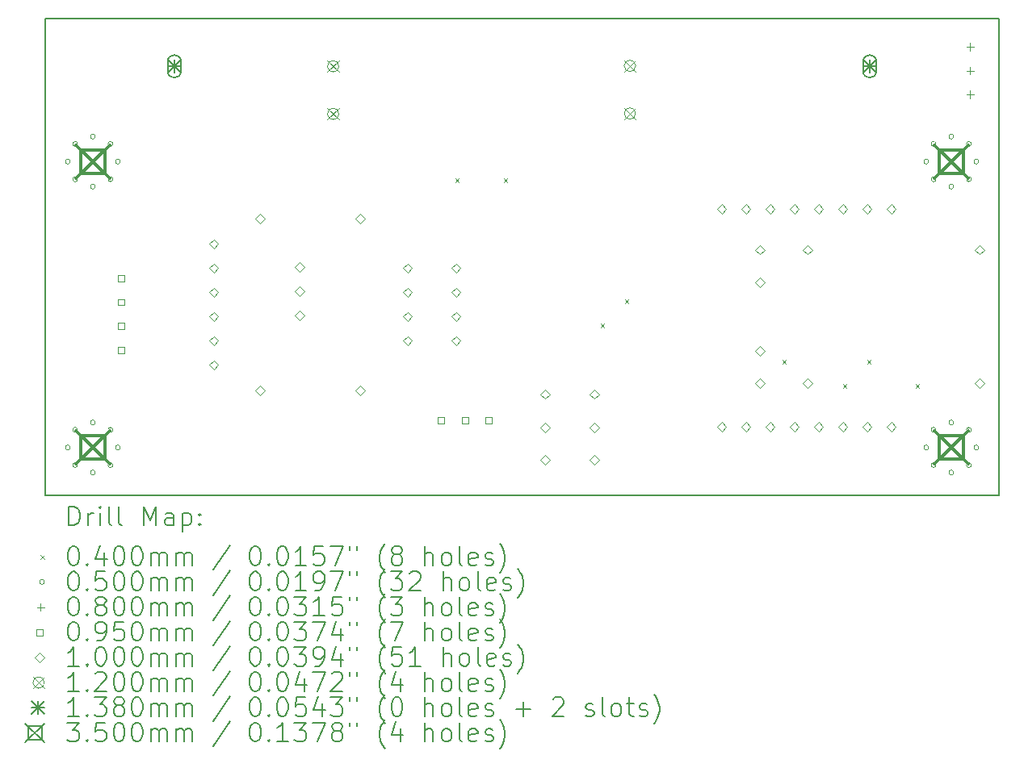
<source format=gbr>
%TF.GenerationSoftware,KiCad,Pcbnew,6.0.7+dfsg-1~bpo11+1*%
%TF.ProjectId,wiscale-mod,77697363-616c-4652-9d6d-6f642e6b6963,rev?*%
%TF.SameCoordinates,Original*%
%TF.FileFunction,Drillmap*%
%TF.FilePolarity,Positive*%
%FSLAX45Y45*%
G04 Gerber Fmt 4.5, Leading zero omitted, Abs format (unit mm)*
%MOMM*%
%LPD*%
G01*
G04 APERTURE LIST*
%ADD10C,0.150000*%
%ADD11C,0.200000*%
%ADD12C,0.040000*%
%ADD13C,0.050000*%
%ADD14C,0.080000*%
%ADD15C,0.095000*%
%ADD16C,0.100000*%
%ADD17C,0.120000*%
%ADD18C,0.138000*%
%ADD19C,0.350000*%
G04 APERTURE END LIST*
D10*
X20160000Y-7620000D02*
X10160000Y-7620000D01*
X10160000Y-12620000D02*
X20160000Y-12620000D01*
X20160000Y-12620000D02*
X20160000Y-7620000D01*
X10160000Y-7620000D02*
X10160000Y-12620000D01*
D11*
D12*
X14458000Y-9298000D02*
X14498000Y-9338000D01*
X14498000Y-9298000D02*
X14458000Y-9338000D01*
X14966000Y-9298000D02*
X15006000Y-9338000D01*
X15006000Y-9298000D02*
X14966000Y-9338000D01*
X15982000Y-10822000D02*
X16022000Y-10862000D01*
X16022000Y-10822000D02*
X15982000Y-10862000D01*
X16236000Y-10568000D02*
X16276000Y-10608000D01*
X16276000Y-10568000D02*
X16236000Y-10608000D01*
X17887000Y-11203000D02*
X17927000Y-11243000D01*
X17927000Y-11203000D02*
X17887000Y-11243000D01*
X18522000Y-11457000D02*
X18562000Y-11497000D01*
X18562000Y-11457000D02*
X18522000Y-11497000D01*
X18776000Y-11203000D02*
X18816000Y-11243000D01*
X18816000Y-11203000D02*
X18776000Y-11243000D01*
X19284000Y-11457000D02*
X19324000Y-11497000D01*
X19324000Y-11457000D02*
X19284000Y-11497000D01*
D13*
X10422500Y-9120000D02*
G75*
G03*
X10422500Y-9120000I-25000J0D01*
G01*
X10422500Y-12120000D02*
G75*
G03*
X10422500Y-12120000I-25000J0D01*
G01*
X10499385Y-8934385D02*
G75*
G03*
X10499385Y-8934385I-25000J0D01*
G01*
X10499385Y-9305616D02*
G75*
G03*
X10499385Y-9305616I-25000J0D01*
G01*
X10499385Y-11934384D02*
G75*
G03*
X10499385Y-11934384I-25000J0D01*
G01*
X10499385Y-12305615D02*
G75*
G03*
X10499385Y-12305615I-25000J0D01*
G01*
X10685000Y-8857500D02*
G75*
G03*
X10685000Y-8857500I-25000J0D01*
G01*
X10685000Y-9382500D02*
G75*
G03*
X10685000Y-9382500I-25000J0D01*
G01*
X10685000Y-11857500D02*
G75*
G03*
X10685000Y-11857500I-25000J0D01*
G01*
X10685000Y-12382500D02*
G75*
G03*
X10685000Y-12382500I-25000J0D01*
G01*
X10870616Y-8934385D02*
G75*
G03*
X10870616Y-8934385I-25000J0D01*
G01*
X10870616Y-9305616D02*
G75*
G03*
X10870616Y-9305616I-25000J0D01*
G01*
X10870616Y-11934384D02*
G75*
G03*
X10870616Y-11934384I-25000J0D01*
G01*
X10870616Y-12305615D02*
G75*
G03*
X10870616Y-12305615I-25000J0D01*
G01*
X10947500Y-9120000D02*
G75*
G03*
X10947500Y-9120000I-25000J0D01*
G01*
X10947500Y-12120000D02*
G75*
G03*
X10947500Y-12120000I-25000J0D01*
G01*
X19422500Y-9120000D02*
G75*
G03*
X19422500Y-9120000I-25000J0D01*
G01*
X19422500Y-12120000D02*
G75*
G03*
X19422500Y-12120000I-25000J0D01*
G01*
X19499385Y-8934385D02*
G75*
G03*
X19499385Y-8934385I-25000J0D01*
G01*
X19499385Y-9305616D02*
G75*
G03*
X19499385Y-9305616I-25000J0D01*
G01*
X19499385Y-11934384D02*
G75*
G03*
X19499385Y-11934384I-25000J0D01*
G01*
X19499385Y-12305615D02*
G75*
G03*
X19499385Y-12305615I-25000J0D01*
G01*
X19685000Y-8857500D02*
G75*
G03*
X19685000Y-8857500I-25000J0D01*
G01*
X19685000Y-9382500D02*
G75*
G03*
X19685000Y-9382500I-25000J0D01*
G01*
X19685000Y-11857500D02*
G75*
G03*
X19685000Y-11857500I-25000J0D01*
G01*
X19685000Y-12382500D02*
G75*
G03*
X19685000Y-12382500I-25000J0D01*
G01*
X19870616Y-8934385D02*
G75*
G03*
X19870616Y-8934385I-25000J0D01*
G01*
X19870616Y-9305616D02*
G75*
G03*
X19870616Y-9305616I-25000J0D01*
G01*
X19870616Y-11934384D02*
G75*
G03*
X19870616Y-11934384I-25000J0D01*
G01*
X19870616Y-12305615D02*
G75*
G03*
X19870616Y-12305615I-25000J0D01*
G01*
X19947500Y-9120000D02*
G75*
G03*
X19947500Y-9120000I-25000J0D01*
G01*
X19947500Y-12120000D02*
G75*
G03*
X19947500Y-12120000I-25000J0D01*
G01*
D14*
X19858400Y-7875750D02*
X19858400Y-7955750D01*
X19818400Y-7915750D02*
X19898400Y-7915750D01*
X19858400Y-8125750D02*
X19858400Y-8205750D01*
X19818400Y-8165750D02*
X19898400Y-8165750D01*
X19858400Y-8375750D02*
X19858400Y-8455750D01*
X19818400Y-8415750D02*
X19898400Y-8415750D01*
D15*
X10993588Y-10378588D02*
X10993588Y-10311412D01*
X10926412Y-10311412D01*
X10926412Y-10378588D01*
X10993588Y-10378588D01*
X10993588Y-10628588D02*
X10993588Y-10561412D01*
X10926412Y-10561412D01*
X10926412Y-10628588D01*
X10993588Y-10628588D01*
X10993588Y-10878588D02*
X10993588Y-10811412D01*
X10926412Y-10811412D01*
X10926412Y-10878588D01*
X10993588Y-10878588D01*
X10993588Y-11128588D02*
X10993588Y-11061412D01*
X10926412Y-11061412D01*
X10926412Y-11128588D01*
X10993588Y-11128588D01*
X14343588Y-11868588D02*
X14343588Y-11801412D01*
X14276412Y-11801412D01*
X14276412Y-11868588D01*
X14343588Y-11868588D01*
X14593588Y-11868588D02*
X14593588Y-11801412D01*
X14526412Y-11801412D01*
X14526412Y-11868588D01*
X14593588Y-11868588D01*
X14843588Y-11868588D02*
X14843588Y-11801412D01*
X14776412Y-11801412D01*
X14776412Y-11868588D01*
X14843588Y-11868588D01*
D16*
X11926500Y-10035000D02*
X11976500Y-9985000D01*
X11926500Y-9935000D01*
X11876500Y-9985000D01*
X11926500Y-10035000D01*
X11926500Y-10289000D02*
X11976500Y-10239000D01*
X11926500Y-10189000D01*
X11876500Y-10239000D01*
X11926500Y-10289000D01*
X11926500Y-10543000D02*
X11976500Y-10493000D01*
X11926500Y-10443000D01*
X11876500Y-10493000D01*
X11926500Y-10543000D01*
X11926500Y-10797000D02*
X11976500Y-10747000D01*
X11926500Y-10697000D01*
X11876500Y-10747000D01*
X11926500Y-10797000D01*
X11926500Y-11051000D02*
X11976500Y-11001000D01*
X11926500Y-10951000D01*
X11876500Y-11001000D01*
X11926500Y-11051000D01*
X11926500Y-11305000D02*
X11976500Y-11255000D01*
X11926500Y-11205000D01*
X11876500Y-11255000D01*
X11926500Y-11305000D01*
X12410000Y-9770000D02*
X12460000Y-9720000D01*
X12410000Y-9670000D01*
X12360000Y-9720000D01*
X12410000Y-9770000D01*
X12410000Y-11570000D02*
X12460000Y-11520000D01*
X12410000Y-11470000D01*
X12360000Y-11520000D01*
X12410000Y-11570000D01*
X12825000Y-10278000D02*
X12875000Y-10228000D01*
X12825000Y-10178000D01*
X12775000Y-10228000D01*
X12825000Y-10278000D01*
X12825000Y-10532000D02*
X12875000Y-10482000D01*
X12825000Y-10432000D01*
X12775000Y-10482000D01*
X12825000Y-10532000D01*
X12825000Y-10786000D02*
X12875000Y-10736000D01*
X12825000Y-10686000D01*
X12775000Y-10736000D01*
X12825000Y-10786000D01*
X13460000Y-9770000D02*
X13510000Y-9720000D01*
X13460000Y-9670000D01*
X13410000Y-9720000D01*
X13460000Y-9770000D01*
X13460000Y-11570000D02*
X13510000Y-11520000D01*
X13460000Y-11470000D01*
X13410000Y-11520000D01*
X13460000Y-11570000D01*
X13958500Y-10289000D02*
X14008500Y-10239000D01*
X13958500Y-10189000D01*
X13908500Y-10239000D01*
X13958500Y-10289000D01*
X13958500Y-10543000D02*
X14008500Y-10493000D01*
X13958500Y-10443000D01*
X13908500Y-10493000D01*
X13958500Y-10543000D01*
X13958500Y-10797000D02*
X14008500Y-10747000D01*
X13958500Y-10697000D01*
X13908500Y-10747000D01*
X13958500Y-10797000D01*
X13958500Y-11051000D02*
X14008500Y-11001000D01*
X13958500Y-10951000D01*
X13908500Y-11001000D01*
X13958500Y-11051000D01*
X14466500Y-10289000D02*
X14516500Y-10239000D01*
X14466500Y-10189000D01*
X14416500Y-10239000D01*
X14466500Y-10289000D01*
X14466500Y-10543000D02*
X14516500Y-10493000D01*
X14466500Y-10443000D01*
X14416500Y-10493000D01*
X14466500Y-10543000D01*
X14466500Y-10797000D02*
X14516500Y-10747000D01*
X14466500Y-10697000D01*
X14416500Y-10747000D01*
X14466500Y-10797000D01*
X14466500Y-11051000D02*
X14516500Y-11001000D01*
X14466500Y-10951000D01*
X14416500Y-11001000D01*
X14466500Y-11051000D01*
X15400000Y-11610000D02*
X15450000Y-11560000D01*
X15400000Y-11510000D01*
X15350000Y-11560000D01*
X15400000Y-11610000D01*
X15400000Y-11960000D02*
X15450000Y-11910000D01*
X15400000Y-11860000D01*
X15350000Y-11910000D01*
X15400000Y-11960000D01*
X15400000Y-12300000D02*
X15450000Y-12250000D01*
X15400000Y-12200000D01*
X15350000Y-12250000D01*
X15400000Y-12300000D01*
X15920000Y-11610000D02*
X15970000Y-11560000D01*
X15920000Y-11510000D01*
X15870000Y-11560000D01*
X15920000Y-11610000D01*
X15920000Y-11960000D02*
X15970000Y-11910000D01*
X15920000Y-11860000D01*
X15870000Y-11910000D01*
X15920000Y-11960000D01*
X15920000Y-12300000D02*
X15970000Y-12250000D01*
X15920000Y-12200000D01*
X15870000Y-12250000D01*
X15920000Y-12300000D01*
X17252000Y-9670000D02*
X17302000Y-9620000D01*
X17252000Y-9570000D01*
X17202000Y-9620000D01*
X17252000Y-9670000D01*
X17252000Y-11956000D02*
X17302000Y-11906000D01*
X17252000Y-11856000D01*
X17202000Y-11906000D01*
X17252000Y-11956000D01*
X17506000Y-9670000D02*
X17556000Y-9620000D01*
X17506000Y-9570000D01*
X17456000Y-9620000D01*
X17506000Y-9670000D01*
X17506000Y-11956000D02*
X17556000Y-11906000D01*
X17506000Y-11856000D01*
X17456000Y-11906000D01*
X17506000Y-11956000D01*
X17655000Y-10095000D02*
X17705000Y-10045000D01*
X17655000Y-9995000D01*
X17605000Y-10045000D01*
X17655000Y-10095000D01*
X17655000Y-10435000D02*
X17705000Y-10385000D01*
X17655000Y-10335000D01*
X17605000Y-10385000D01*
X17655000Y-10435000D01*
X17655000Y-11155000D02*
X17705000Y-11105000D01*
X17655000Y-11055000D01*
X17605000Y-11105000D01*
X17655000Y-11155000D01*
X17655000Y-11495000D02*
X17705000Y-11445000D01*
X17655000Y-11395000D01*
X17605000Y-11445000D01*
X17655000Y-11495000D01*
X17760000Y-9670000D02*
X17810000Y-9620000D01*
X17760000Y-9570000D01*
X17710000Y-9620000D01*
X17760000Y-9670000D01*
X17760000Y-11956000D02*
X17810000Y-11906000D01*
X17760000Y-11856000D01*
X17710000Y-11906000D01*
X17760000Y-11956000D01*
X18014000Y-9670000D02*
X18064000Y-9620000D01*
X18014000Y-9570000D01*
X17964000Y-9620000D01*
X18014000Y-9670000D01*
X18014000Y-11956000D02*
X18064000Y-11906000D01*
X18014000Y-11856000D01*
X17964000Y-11906000D01*
X18014000Y-11956000D01*
X18155000Y-10095000D02*
X18205000Y-10045000D01*
X18155000Y-9995000D01*
X18105000Y-10045000D01*
X18155000Y-10095000D01*
X18155000Y-11495000D02*
X18205000Y-11445000D01*
X18155000Y-11395000D01*
X18105000Y-11445000D01*
X18155000Y-11495000D01*
X18268000Y-9670000D02*
X18318000Y-9620000D01*
X18268000Y-9570000D01*
X18218000Y-9620000D01*
X18268000Y-9670000D01*
X18268000Y-11956000D02*
X18318000Y-11906000D01*
X18268000Y-11856000D01*
X18218000Y-11906000D01*
X18268000Y-11956000D01*
X18522000Y-9670000D02*
X18572000Y-9620000D01*
X18522000Y-9570000D01*
X18472000Y-9620000D01*
X18522000Y-9670000D01*
X18522000Y-11956000D02*
X18572000Y-11906000D01*
X18522000Y-11856000D01*
X18472000Y-11906000D01*
X18522000Y-11956000D01*
X18776000Y-9670000D02*
X18826000Y-9620000D01*
X18776000Y-9570000D01*
X18726000Y-9620000D01*
X18776000Y-9670000D01*
X18776000Y-11956000D02*
X18826000Y-11906000D01*
X18776000Y-11856000D01*
X18726000Y-11906000D01*
X18776000Y-11956000D01*
X19030000Y-9670000D02*
X19080000Y-9620000D01*
X19030000Y-9570000D01*
X18980000Y-9620000D01*
X19030000Y-9670000D01*
X19030000Y-11956000D02*
X19080000Y-11906000D01*
X19030000Y-11856000D01*
X18980000Y-11906000D01*
X19030000Y-11956000D01*
X19955000Y-10095000D02*
X20005000Y-10045000D01*
X19955000Y-9995000D01*
X19905000Y-10045000D01*
X19955000Y-10095000D01*
X19955000Y-11495000D02*
X20005000Y-11445000D01*
X19955000Y-11395000D01*
X19905000Y-11445000D01*
X19955000Y-11495000D01*
D17*
X13119430Y-8060000D02*
X13239430Y-8180000D01*
X13239430Y-8060000D02*
X13119430Y-8180000D01*
X13239430Y-8120000D02*
G75*
G03*
X13239430Y-8120000I-60000J0D01*
G01*
X13119430Y-8560000D02*
X13239430Y-8680000D01*
X13239430Y-8560000D02*
X13119430Y-8680000D01*
X13239430Y-8620000D02*
G75*
G03*
X13239430Y-8620000I-60000J0D01*
G01*
X16230930Y-8055500D02*
X16350930Y-8175500D01*
X16350930Y-8055500D02*
X16230930Y-8175500D01*
X16350930Y-8115500D02*
G75*
G03*
X16350930Y-8115500I-60000J0D01*
G01*
X16230930Y-8555500D02*
X16350930Y-8675500D01*
X16350930Y-8555500D02*
X16230930Y-8675500D01*
X16350930Y-8615500D02*
G75*
G03*
X16350930Y-8615500I-60000J0D01*
G01*
D18*
X11446000Y-8051000D02*
X11584000Y-8189000D01*
X11584000Y-8051000D02*
X11446000Y-8189000D01*
X11515000Y-8051000D02*
X11515000Y-8189000D01*
X11446000Y-8120000D02*
X11584000Y-8120000D01*
D11*
X11446000Y-8069000D02*
X11446000Y-8171000D01*
X11584000Y-8069000D02*
X11584000Y-8171000D01*
X11446000Y-8171000D02*
G75*
G03*
X11584000Y-8171000I69000J0D01*
G01*
X11584000Y-8069000D02*
G75*
G03*
X11446000Y-8069000I-69000J0D01*
G01*
D18*
X18736000Y-8051000D02*
X18874000Y-8189000D01*
X18874000Y-8051000D02*
X18736000Y-8189000D01*
X18805000Y-8051000D02*
X18805000Y-8189000D01*
X18736000Y-8120000D02*
X18874000Y-8120000D01*
D11*
X18736000Y-8069000D02*
X18736000Y-8171000D01*
X18874000Y-8069000D02*
X18874000Y-8171000D01*
X18736000Y-8171000D02*
G75*
G03*
X18874000Y-8171000I69000J0D01*
G01*
X18874000Y-8069000D02*
G75*
G03*
X18736000Y-8069000I-69000J0D01*
G01*
D19*
X10485000Y-8945000D02*
X10835000Y-9295000D01*
X10835000Y-8945000D02*
X10485000Y-9295000D01*
X10783745Y-9243745D02*
X10783745Y-8996255D01*
X10536255Y-8996255D01*
X10536255Y-9243745D01*
X10783745Y-9243745D01*
X10485000Y-11945000D02*
X10835000Y-12295000D01*
X10835000Y-11945000D02*
X10485000Y-12295000D01*
X10783745Y-12243745D02*
X10783745Y-11996255D01*
X10536255Y-11996255D01*
X10536255Y-12243745D01*
X10783745Y-12243745D01*
X19485000Y-8945000D02*
X19835000Y-9295000D01*
X19835000Y-8945000D02*
X19485000Y-9295000D01*
X19783745Y-9243745D02*
X19783745Y-8996255D01*
X19536255Y-8996255D01*
X19536255Y-9243745D01*
X19783745Y-9243745D01*
X19485000Y-11945000D02*
X19835000Y-12295000D01*
X19835000Y-11945000D02*
X19485000Y-12295000D01*
X19783745Y-12243745D02*
X19783745Y-11996255D01*
X19536255Y-11996255D01*
X19536255Y-12243745D01*
X19783745Y-12243745D01*
D11*
X10410119Y-12937976D02*
X10410119Y-12737976D01*
X10457738Y-12737976D01*
X10486310Y-12747500D01*
X10505357Y-12766548D01*
X10514881Y-12785595D01*
X10524405Y-12823690D01*
X10524405Y-12852262D01*
X10514881Y-12890357D01*
X10505357Y-12909405D01*
X10486310Y-12928452D01*
X10457738Y-12937976D01*
X10410119Y-12937976D01*
X10610119Y-12937976D02*
X10610119Y-12804643D01*
X10610119Y-12842738D02*
X10619643Y-12823690D01*
X10629167Y-12814167D01*
X10648214Y-12804643D01*
X10667262Y-12804643D01*
X10733929Y-12937976D02*
X10733929Y-12804643D01*
X10733929Y-12737976D02*
X10724405Y-12747500D01*
X10733929Y-12757024D01*
X10743452Y-12747500D01*
X10733929Y-12737976D01*
X10733929Y-12757024D01*
X10857738Y-12937976D02*
X10838690Y-12928452D01*
X10829167Y-12909405D01*
X10829167Y-12737976D01*
X10962500Y-12937976D02*
X10943452Y-12928452D01*
X10933929Y-12909405D01*
X10933929Y-12737976D01*
X11191071Y-12937976D02*
X11191071Y-12737976D01*
X11257738Y-12880833D01*
X11324405Y-12737976D01*
X11324405Y-12937976D01*
X11505357Y-12937976D02*
X11505357Y-12833214D01*
X11495833Y-12814167D01*
X11476786Y-12804643D01*
X11438690Y-12804643D01*
X11419643Y-12814167D01*
X11505357Y-12928452D02*
X11486309Y-12937976D01*
X11438690Y-12937976D01*
X11419643Y-12928452D01*
X11410119Y-12909405D01*
X11410119Y-12890357D01*
X11419643Y-12871309D01*
X11438690Y-12861786D01*
X11486309Y-12861786D01*
X11505357Y-12852262D01*
X11600595Y-12804643D02*
X11600595Y-13004643D01*
X11600595Y-12814167D02*
X11619643Y-12804643D01*
X11657738Y-12804643D01*
X11676786Y-12814167D01*
X11686309Y-12823690D01*
X11695833Y-12842738D01*
X11695833Y-12899881D01*
X11686309Y-12918928D01*
X11676786Y-12928452D01*
X11657738Y-12937976D01*
X11619643Y-12937976D01*
X11600595Y-12928452D01*
X11781548Y-12918928D02*
X11791071Y-12928452D01*
X11781548Y-12937976D01*
X11772024Y-12928452D01*
X11781548Y-12918928D01*
X11781548Y-12937976D01*
X11781548Y-12814167D02*
X11791071Y-12823690D01*
X11781548Y-12833214D01*
X11772024Y-12823690D01*
X11781548Y-12814167D01*
X11781548Y-12833214D01*
D12*
X10112500Y-13247500D02*
X10152500Y-13287500D01*
X10152500Y-13247500D02*
X10112500Y-13287500D01*
D11*
X10448214Y-13157976D02*
X10467262Y-13157976D01*
X10486310Y-13167500D01*
X10495833Y-13177024D01*
X10505357Y-13196071D01*
X10514881Y-13234167D01*
X10514881Y-13281786D01*
X10505357Y-13319881D01*
X10495833Y-13338928D01*
X10486310Y-13348452D01*
X10467262Y-13357976D01*
X10448214Y-13357976D01*
X10429167Y-13348452D01*
X10419643Y-13338928D01*
X10410119Y-13319881D01*
X10400595Y-13281786D01*
X10400595Y-13234167D01*
X10410119Y-13196071D01*
X10419643Y-13177024D01*
X10429167Y-13167500D01*
X10448214Y-13157976D01*
X10600595Y-13338928D02*
X10610119Y-13348452D01*
X10600595Y-13357976D01*
X10591071Y-13348452D01*
X10600595Y-13338928D01*
X10600595Y-13357976D01*
X10781548Y-13224643D02*
X10781548Y-13357976D01*
X10733929Y-13148452D02*
X10686310Y-13291309D01*
X10810119Y-13291309D01*
X10924405Y-13157976D02*
X10943452Y-13157976D01*
X10962500Y-13167500D01*
X10972024Y-13177024D01*
X10981548Y-13196071D01*
X10991071Y-13234167D01*
X10991071Y-13281786D01*
X10981548Y-13319881D01*
X10972024Y-13338928D01*
X10962500Y-13348452D01*
X10943452Y-13357976D01*
X10924405Y-13357976D01*
X10905357Y-13348452D01*
X10895833Y-13338928D01*
X10886310Y-13319881D01*
X10876786Y-13281786D01*
X10876786Y-13234167D01*
X10886310Y-13196071D01*
X10895833Y-13177024D01*
X10905357Y-13167500D01*
X10924405Y-13157976D01*
X11114881Y-13157976D02*
X11133929Y-13157976D01*
X11152976Y-13167500D01*
X11162500Y-13177024D01*
X11172024Y-13196071D01*
X11181548Y-13234167D01*
X11181548Y-13281786D01*
X11172024Y-13319881D01*
X11162500Y-13338928D01*
X11152976Y-13348452D01*
X11133929Y-13357976D01*
X11114881Y-13357976D01*
X11095833Y-13348452D01*
X11086310Y-13338928D01*
X11076786Y-13319881D01*
X11067262Y-13281786D01*
X11067262Y-13234167D01*
X11076786Y-13196071D01*
X11086310Y-13177024D01*
X11095833Y-13167500D01*
X11114881Y-13157976D01*
X11267262Y-13357976D02*
X11267262Y-13224643D01*
X11267262Y-13243690D02*
X11276786Y-13234167D01*
X11295833Y-13224643D01*
X11324405Y-13224643D01*
X11343452Y-13234167D01*
X11352976Y-13253214D01*
X11352976Y-13357976D01*
X11352976Y-13253214D02*
X11362500Y-13234167D01*
X11381548Y-13224643D01*
X11410119Y-13224643D01*
X11429167Y-13234167D01*
X11438690Y-13253214D01*
X11438690Y-13357976D01*
X11533928Y-13357976D02*
X11533928Y-13224643D01*
X11533928Y-13243690D02*
X11543452Y-13234167D01*
X11562500Y-13224643D01*
X11591071Y-13224643D01*
X11610119Y-13234167D01*
X11619643Y-13253214D01*
X11619643Y-13357976D01*
X11619643Y-13253214D02*
X11629167Y-13234167D01*
X11648214Y-13224643D01*
X11676786Y-13224643D01*
X11695833Y-13234167D01*
X11705357Y-13253214D01*
X11705357Y-13357976D01*
X12095833Y-13148452D02*
X11924405Y-13405595D01*
X12352976Y-13157976D02*
X12372024Y-13157976D01*
X12391071Y-13167500D01*
X12400595Y-13177024D01*
X12410119Y-13196071D01*
X12419643Y-13234167D01*
X12419643Y-13281786D01*
X12410119Y-13319881D01*
X12400595Y-13338928D01*
X12391071Y-13348452D01*
X12372024Y-13357976D01*
X12352976Y-13357976D01*
X12333928Y-13348452D01*
X12324405Y-13338928D01*
X12314881Y-13319881D01*
X12305357Y-13281786D01*
X12305357Y-13234167D01*
X12314881Y-13196071D01*
X12324405Y-13177024D01*
X12333928Y-13167500D01*
X12352976Y-13157976D01*
X12505357Y-13338928D02*
X12514881Y-13348452D01*
X12505357Y-13357976D01*
X12495833Y-13348452D01*
X12505357Y-13338928D01*
X12505357Y-13357976D01*
X12638690Y-13157976D02*
X12657738Y-13157976D01*
X12676786Y-13167500D01*
X12686309Y-13177024D01*
X12695833Y-13196071D01*
X12705357Y-13234167D01*
X12705357Y-13281786D01*
X12695833Y-13319881D01*
X12686309Y-13338928D01*
X12676786Y-13348452D01*
X12657738Y-13357976D01*
X12638690Y-13357976D01*
X12619643Y-13348452D01*
X12610119Y-13338928D01*
X12600595Y-13319881D01*
X12591071Y-13281786D01*
X12591071Y-13234167D01*
X12600595Y-13196071D01*
X12610119Y-13177024D01*
X12619643Y-13167500D01*
X12638690Y-13157976D01*
X12895833Y-13357976D02*
X12781548Y-13357976D01*
X12838690Y-13357976D02*
X12838690Y-13157976D01*
X12819643Y-13186548D01*
X12800595Y-13205595D01*
X12781548Y-13215119D01*
X13076786Y-13157976D02*
X12981548Y-13157976D01*
X12972024Y-13253214D01*
X12981548Y-13243690D01*
X13000595Y-13234167D01*
X13048214Y-13234167D01*
X13067262Y-13243690D01*
X13076786Y-13253214D01*
X13086309Y-13272262D01*
X13086309Y-13319881D01*
X13076786Y-13338928D01*
X13067262Y-13348452D01*
X13048214Y-13357976D01*
X13000595Y-13357976D01*
X12981548Y-13348452D01*
X12972024Y-13338928D01*
X13152976Y-13157976D02*
X13286309Y-13157976D01*
X13200595Y-13357976D01*
X13352976Y-13157976D02*
X13352976Y-13196071D01*
X13429167Y-13157976D02*
X13429167Y-13196071D01*
X13724405Y-13434167D02*
X13714881Y-13424643D01*
X13695833Y-13396071D01*
X13686309Y-13377024D01*
X13676786Y-13348452D01*
X13667262Y-13300833D01*
X13667262Y-13262738D01*
X13676786Y-13215119D01*
X13686309Y-13186548D01*
X13695833Y-13167500D01*
X13714881Y-13138928D01*
X13724405Y-13129405D01*
X13829167Y-13243690D02*
X13810119Y-13234167D01*
X13800595Y-13224643D01*
X13791071Y-13205595D01*
X13791071Y-13196071D01*
X13800595Y-13177024D01*
X13810119Y-13167500D01*
X13829167Y-13157976D01*
X13867262Y-13157976D01*
X13886309Y-13167500D01*
X13895833Y-13177024D01*
X13905357Y-13196071D01*
X13905357Y-13205595D01*
X13895833Y-13224643D01*
X13886309Y-13234167D01*
X13867262Y-13243690D01*
X13829167Y-13243690D01*
X13810119Y-13253214D01*
X13800595Y-13262738D01*
X13791071Y-13281786D01*
X13791071Y-13319881D01*
X13800595Y-13338928D01*
X13810119Y-13348452D01*
X13829167Y-13357976D01*
X13867262Y-13357976D01*
X13886309Y-13348452D01*
X13895833Y-13338928D01*
X13905357Y-13319881D01*
X13905357Y-13281786D01*
X13895833Y-13262738D01*
X13886309Y-13253214D01*
X13867262Y-13243690D01*
X14143452Y-13357976D02*
X14143452Y-13157976D01*
X14229167Y-13357976D02*
X14229167Y-13253214D01*
X14219643Y-13234167D01*
X14200595Y-13224643D01*
X14172024Y-13224643D01*
X14152976Y-13234167D01*
X14143452Y-13243690D01*
X14352976Y-13357976D02*
X14333928Y-13348452D01*
X14324405Y-13338928D01*
X14314881Y-13319881D01*
X14314881Y-13262738D01*
X14324405Y-13243690D01*
X14333928Y-13234167D01*
X14352976Y-13224643D01*
X14381548Y-13224643D01*
X14400595Y-13234167D01*
X14410119Y-13243690D01*
X14419643Y-13262738D01*
X14419643Y-13319881D01*
X14410119Y-13338928D01*
X14400595Y-13348452D01*
X14381548Y-13357976D01*
X14352976Y-13357976D01*
X14533928Y-13357976D02*
X14514881Y-13348452D01*
X14505357Y-13329405D01*
X14505357Y-13157976D01*
X14686309Y-13348452D02*
X14667262Y-13357976D01*
X14629167Y-13357976D01*
X14610119Y-13348452D01*
X14600595Y-13329405D01*
X14600595Y-13253214D01*
X14610119Y-13234167D01*
X14629167Y-13224643D01*
X14667262Y-13224643D01*
X14686309Y-13234167D01*
X14695833Y-13253214D01*
X14695833Y-13272262D01*
X14600595Y-13291309D01*
X14772024Y-13348452D02*
X14791071Y-13357976D01*
X14829167Y-13357976D01*
X14848214Y-13348452D01*
X14857738Y-13329405D01*
X14857738Y-13319881D01*
X14848214Y-13300833D01*
X14829167Y-13291309D01*
X14800595Y-13291309D01*
X14781548Y-13281786D01*
X14772024Y-13262738D01*
X14772024Y-13253214D01*
X14781548Y-13234167D01*
X14800595Y-13224643D01*
X14829167Y-13224643D01*
X14848214Y-13234167D01*
X14924405Y-13434167D02*
X14933928Y-13424643D01*
X14952976Y-13396071D01*
X14962500Y-13377024D01*
X14972024Y-13348452D01*
X14981548Y-13300833D01*
X14981548Y-13262738D01*
X14972024Y-13215119D01*
X14962500Y-13186548D01*
X14952976Y-13167500D01*
X14933928Y-13138928D01*
X14924405Y-13129405D01*
D13*
X10152500Y-13531500D02*
G75*
G03*
X10152500Y-13531500I-25000J0D01*
G01*
D11*
X10448214Y-13421976D02*
X10467262Y-13421976D01*
X10486310Y-13431500D01*
X10495833Y-13441024D01*
X10505357Y-13460071D01*
X10514881Y-13498167D01*
X10514881Y-13545786D01*
X10505357Y-13583881D01*
X10495833Y-13602928D01*
X10486310Y-13612452D01*
X10467262Y-13621976D01*
X10448214Y-13621976D01*
X10429167Y-13612452D01*
X10419643Y-13602928D01*
X10410119Y-13583881D01*
X10400595Y-13545786D01*
X10400595Y-13498167D01*
X10410119Y-13460071D01*
X10419643Y-13441024D01*
X10429167Y-13431500D01*
X10448214Y-13421976D01*
X10600595Y-13602928D02*
X10610119Y-13612452D01*
X10600595Y-13621976D01*
X10591071Y-13612452D01*
X10600595Y-13602928D01*
X10600595Y-13621976D01*
X10791071Y-13421976D02*
X10695833Y-13421976D01*
X10686310Y-13517214D01*
X10695833Y-13507690D01*
X10714881Y-13498167D01*
X10762500Y-13498167D01*
X10781548Y-13507690D01*
X10791071Y-13517214D01*
X10800595Y-13536262D01*
X10800595Y-13583881D01*
X10791071Y-13602928D01*
X10781548Y-13612452D01*
X10762500Y-13621976D01*
X10714881Y-13621976D01*
X10695833Y-13612452D01*
X10686310Y-13602928D01*
X10924405Y-13421976D02*
X10943452Y-13421976D01*
X10962500Y-13431500D01*
X10972024Y-13441024D01*
X10981548Y-13460071D01*
X10991071Y-13498167D01*
X10991071Y-13545786D01*
X10981548Y-13583881D01*
X10972024Y-13602928D01*
X10962500Y-13612452D01*
X10943452Y-13621976D01*
X10924405Y-13621976D01*
X10905357Y-13612452D01*
X10895833Y-13602928D01*
X10886310Y-13583881D01*
X10876786Y-13545786D01*
X10876786Y-13498167D01*
X10886310Y-13460071D01*
X10895833Y-13441024D01*
X10905357Y-13431500D01*
X10924405Y-13421976D01*
X11114881Y-13421976D02*
X11133929Y-13421976D01*
X11152976Y-13431500D01*
X11162500Y-13441024D01*
X11172024Y-13460071D01*
X11181548Y-13498167D01*
X11181548Y-13545786D01*
X11172024Y-13583881D01*
X11162500Y-13602928D01*
X11152976Y-13612452D01*
X11133929Y-13621976D01*
X11114881Y-13621976D01*
X11095833Y-13612452D01*
X11086310Y-13602928D01*
X11076786Y-13583881D01*
X11067262Y-13545786D01*
X11067262Y-13498167D01*
X11076786Y-13460071D01*
X11086310Y-13441024D01*
X11095833Y-13431500D01*
X11114881Y-13421976D01*
X11267262Y-13621976D02*
X11267262Y-13488643D01*
X11267262Y-13507690D02*
X11276786Y-13498167D01*
X11295833Y-13488643D01*
X11324405Y-13488643D01*
X11343452Y-13498167D01*
X11352976Y-13517214D01*
X11352976Y-13621976D01*
X11352976Y-13517214D02*
X11362500Y-13498167D01*
X11381548Y-13488643D01*
X11410119Y-13488643D01*
X11429167Y-13498167D01*
X11438690Y-13517214D01*
X11438690Y-13621976D01*
X11533928Y-13621976D02*
X11533928Y-13488643D01*
X11533928Y-13507690D02*
X11543452Y-13498167D01*
X11562500Y-13488643D01*
X11591071Y-13488643D01*
X11610119Y-13498167D01*
X11619643Y-13517214D01*
X11619643Y-13621976D01*
X11619643Y-13517214D02*
X11629167Y-13498167D01*
X11648214Y-13488643D01*
X11676786Y-13488643D01*
X11695833Y-13498167D01*
X11705357Y-13517214D01*
X11705357Y-13621976D01*
X12095833Y-13412452D02*
X11924405Y-13669595D01*
X12352976Y-13421976D02*
X12372024Y-13421976D01*
X12391071Y-13431500D01*
X12400595Y-13441024D01*
X12410119Y-13460071D01*
X12419643Y-13498167D01*
X12419643Y-13545786D01*
X12410119Y-13583881D01*
X12400595Y-13602928D01*
X12391071Y-13612452D01*
X12372024Y-13621976D01*
X12352976Y-13621976D01*
X12333928Y-13612452D01*
X12324405Y-13602928D01*
X12314881Y-13583881D01*
X12305357Y-13545786D01*
X12305357Y-13498167D01*
X12314881Y-13460071D01*
X12324405Y-13441024D01*
X12333928Y-13431500D01*
X12352976Y-13421976D01*
X12505357Y-13602928D02*
X12514881Y-13612452D01*
X12505357Y-13621976D01*
X12495833Y-13612452D01*
X12505357Y-13602928D01*
X12505357Y-13621976D01*
X12638690Y-13421976D02*
X12657738Y-13421976D01*
X12676786Y-13431500D01*
X12686309Y-13441024D01*
X12695833Y-13460071D01*
X12705357Y-13498167D01*
X12705357Y-13545786D01*
X12695833Y-13583881D01*
X12686309Y-13602928D01*
X12676786Y-13612452D01*
X12657738Y-13621976D01*
X12638690Y-13621976D01*
X12619643Y-13612452D01*
X12610119Y-13602928D01*
X12600595Y-13583881D01*
X12591071Y-13545786D01*
X12591071Y-13498167D01*
X12600595Y-13460071D01*
X12610119Y-13441024D01*
X12619643Y-13431500D01*
X12638690Y-13421976D01*
X12895833Y-13621976D02*
X12781548Y-13621976D01*
X12838690Y-13621976D02*
X12838690Y-13421976D01*
X12819643Y-13450548D01*
X12800595Y-13469595D01*
X12781548Y-13479119D01*
X12991071Y-13621976D02*
X13029167Y-13621976D01*
X13048214Y-13612452D01*
X13057738Y-13602928D01*
X13076786Y-13574357D01*
X13086309Y-13536262D01*
X13086309Y-13460071D01*
X13076786Y-13441024D01*
X13067262Y-13431500D01*
X13048214Y-13421976D01*
X13010119Y-13421976D01*
X12991071Y-13431500D01*
X12981548Y-13441024D01*
X12972024Y-13460071D01*
X12972024Y-13507690D01*
X12981548Y-13526738D01*
X12991071Y-13536262D01*
X13010119Y-13545786D01*
X13048214Y-13545786D01*
X13067262Y-13536262D01*
X13076786Y-13526738D01*
X13086309Y-13507690D01*
X13152976Y-13421976D02*
X13286309Y-13421976D01*
X13200595Y-13621976D01*
X13352976Y-13421976D02*
X13352976Y-13460071D01*
X13429167Y-13421976D02*
X13429167Y-13460071D01*
X13724405Y-13698167D02*
X13714881Y-13688643D01*
X13695833Y-13660071D01*
X13686309Y-13641024D01*
X13676786Y-13612452D01*
X13667262Y-13564833D01*
X13667262Y-13526738D01*
X13676786Y-13479119D01*
X13686309Y-13450548D01*
X13695833Y-13431500D01*
X13714881Y-13402928D01*
X13724405Y-13393405D01*
X13781548Y-13421976D02*
X13905357Y-13421976D01*
X13838690Y-13498167D01*
X13867262Y-13498167D01*
X13886309Y-13507690D01*
X13895833Y-13517214D01*
X13905357Y-13536262D01*
X13905357Y-13583881D01*
X13895833Y-13602928D01*
X13886309Y-13612452D01*
X13867262Y-13621976D01*
X13810119Y-13621976D01*
X13791071Y-13612452D01*
X13781548Y-13602928D01*
X13981548Y-13441024D02*
X13991071Y-13431500D01*
X14010119Y-13421976D01*
X14057738Y-13421976D01*
X14076786Y-13431500D01*
X14086309Y-13441024D01*
X14095833Y-13460071D01*
X14095833Y-13479119D01*
X14086309Y-13507690D01*
X13972024Y-13621976D01*
X14095833Y-13621976D01*
X14333928Y-13621976D02*
X14333928Y-13421976D01*
X14419643Y-13621976D02*
X14419643Y-13517214D01*
X14410119Y-13498167D01*
X14391071Y-13488643D01*
X14362500Y-13488643D01*
X14343452Y-13498167D01*
X14333928Y-13507690D01*
X14543452Y-13621976D02*
X14524405Y-13612452D01*
X14514881Y-13602928D01*
X14505357Y-13583881D01*
X14505357Y-13526738D01*
X14514881Y-13507690D01*
X14524405Y-13498167D01*
X14543452Y-13488643D01*
X14572024Y-13488643D01*
X14591071Y-13498167D01*
X14600595Y-13507690D01*
X14610119Y-13526738D01*
X14610119Y-13583881D01*
X14600595Y-13602928D01*
X14591071Y-13612452D01*
X14572024Y-13621976D01*
X14543452Y-13621976D01*
X14724405Y-13621976D02*
X14705357Y-13612452D01*
X14695833Y-13593405D01*
X14695833Y-13421976D01*
X14876786Y-13612452D02*
X14857738Y-13621976D01*
X14819643Y-13621976D01*
X14800595Y-13612452D01*
X14791071Y-13593405D01*
X14791071Y-13517214D01*
X14800595Y-13498167D01*
X14819643Y-13488643D01*
X14857738Y-13488643D01*
X14876786Y-13498167D01*
X14886309Y-13517214D01*
X14886309Y-13536262D01*
X14791071Y-13555309D01*
X14962500Y-13612452D02*
X14981548Y-13621976D01*
X15019643Y-13621976D01*
X15038690Y-13612452D01*
X15048214Y-13593405D01*
X15048214Y-13583881D01*
X15038690Y-13564833D01*
X15019643Y-13555309D01*
X14991071Y-13555309D01*
X14972024Y-13545786D01*
X14962500Y-13526738D01*
X14962500Y-13517214D01*
X14972024Y-13498167D01*
X14991071Y-13488643D01*
X15019643Y-13488643D01*
X15038690Y-13498167D01*
X15114881Y-13698167D02*
X15124405Y-13688643D01*
X15143452Y-13660071D01*
X15152976Y-13641024D01*
X15162500Y-13612452D01*
X15172024Y-13564833D01*
X15172024Y-13526738D01*
X15162500Y-13479119D01*
X15152976Y-13450548D01*
X15143452Y-13431500D01*
X15124405Y-13402928D01*
X15114881Y-13393405D01*
D14*
X10112500Y-13755500D02*
X10112500Y-13835500D01*
X10072500Y-13795500D02*
X10152500Y-13795500D01*
D11*
X10448214Y-13685976D02*
X10467262Y-13685976D01*
X10486310Y-13695500D01*
X10495833Y-13705024D01*
X10505357Y-13724071D01*
X10514881Y-13762167D01*
X10514881Y-13809786D01*
X10505357Y-13847881D01*
X10495833Y-13866928D01*
X10486310Y-13876452D01*
X10467262Y-13885976D01*
X10448214Y-13885976D01*
X10429167Y-13876452D01*
X10419643Y-13866928D01*
X10410119Y-13847881D01*
X10400595Y-13809786D01*
X10400595Y-13762167D01*
X10410119Y-13724071D01*
X10419643Y-13705024D01*
X10429167Y-13695500D01*
X10448214Y-13685976D01*
X10600595Y-13866928D02*
X10610119Y-13876452D01*
X10600595Y-13885976D01*
X10591071Y-13876452D01*
X10600595Y-13866928D01*
X10600595Y-13885976D01*
X10724405Y-13771690D02*
X10705357Y-13762167D01*
X10695833Y-13752643D01*
X10686310Y-13733595D01*
X10686310Y-13724071D01*
X10695833Y-13705024D01*
X10705357Y-13695500D01*
X10724405Y-13685976D01*
X10762500Y-13685976D01*
X10781548Y-13695500D01*
X10791071Y-13705024D01*
X10800595Y-13724071D01*
X10800595Y-13733595D01*
X10791071Y-13752643D01*
X10781548Y-13762167D01*
X10762500Y-13771690D01*
X10724405Y-13771690D01*
X10705357Y-13781214D01*
X10695833Y-13790738D01*
X10686310Y-13809786D01*
X10686310Y-13847881D01*
X10695833Y-13866928D01*
X10705357Y-13876452D01*
X10724405Y-13885976D01*
X10762500Y-13885976D01*
X10781548Y-13876452D01*
X10791071Y-13866928D01*
X10800595Y-13847881D01*
X10800595Y-13809786D01*
X10791071Y-13790738D01*
X10781548Y-13781214D01*
X10762500Y-13771690D01*
X10924405Y-13685976D02*
X10943452Y-13685976D01*
X10962500Y-13695500D01*
X10972024Y-13705024D01*
X10981548Y-13724071D01*
X10991071Y-13762167D01*
X10991071Y-13809786D01*
X10981548Y-13847881D01*
X10972024Y-13866928D01*
X10962500Y-13876452D01*
X10943452Y-13885976D01*
X10924405Y-13885976D01*
X10905357Y-13876452D01*
X10895833Y-13866928D01*
X10886310Y-13847881D01*
X10876786Y-13809786D01*
X10876786Y-13762167D01*
X10886310Y-13724071D01*
X10895833Y-13705024D01*
X10905357Y-13695500D01*
X10924405Y-13685976D01*
X11114881Y-13685976D02*
X11133929Y-13685976D01*
X11152976Y-13695500D01*
X11162500Y-13705024D01*
X11172024Y-13724071D01*
X11181548Y-13762167D01*
X11181548Y-13809786D01*
X11172024Y-13847881D01*
X11162500Y-13866928D01*
X11152976Y-13876452D01*
X11133929Y-13885976D01*
X11114881Y-13885976D01*
X11095833Y-13876452D01*
X11086310Y-13866928D01*
X11076786Y-13847881D01*
X11067262Y-13809786D01*
X11067262Y-13762167D01*
X11076786Y-13724071D01*
X11086310Y-13705024D01*
X11095833Y-13695500D01*
X11114881Y-13685976D01*
X11267262Y-13885976D02*
X11267262Y-13752643D01*
X11267262Y-13771690D02*
X11276786Y-13762167D01*
X11295833Y-13752643D01*
X11324405Y-13752643D01*
X11343452Y-13762167D01*
X11352976Y-13781214D01*
X11352976Y-13885976D01*
X11352976Y-13781214D02*
X11362500Y-13762167D01*
X11381548Y-13752643D01*
X11410119Y-13752643D01*
X11429167Y-13762167D01*
X11438690Y-13781214D01*
X11438690Y-13885976D01*
X11533928Y-13885976D02*
X11533928Y-13752643D01*
X11533928Y-13771690D02*
X11543452Y-13762167D01*
X11562500Y-13752643D01*
X11591071Y-13752643D01*
X11610119Y-13762167D01*
X11619643Y-13781214D01*
X11619643Y-13885976D01*
X11619643Y-13781214D02*
X11629167Y-13762167D01*
X11648214Y-13752643D01*
X11676786Y-13752643D01*
X11695833Y-13762167D01*
X11705357Y-13781214D01*
X11705357Y-13885976D01*
X12095833Y-13676452D02*
X11924405Y-13933595D01*
X12352976Y-13685976D02*
X12372024Y-13685976D01*
X12391071Y-13695500D01*
X12400595Y-13705024D01*
X12410119Y-13724071D01*
X12419643Y-13762167D01*
X12419643Y-13809786D01*
X12410119Y-13847881D01*
X12400595Y-13866928D01*
X12391071Y-13876452D01*
X12372024Y-13885976D01*
X12352976Y-13885976D01*
X12333928Y-13876452D01*
X12324405Y-13866928D01*
X12314881Y-13847881D01*
X12305357Y-13809786D01*
X12305357Y-13762167D01*
X12314881Y-13724071D01*
X12324405Y-13705024D01*
X12333928Y-13695500D01*
X12352976Y-13685976D01*
X12505357Y-13866928D02*
X12514881Y-13876452D01*
X12505357Y-13885976D01*
X12495833Y-13876452D01*
X12505357Y-13866928D01*
X12505357Y-13885976D01*
X12638690Y-13685976D02*
X12657738Y-13685976D01*
X12676786Y-13695500D01*
X12686309Y-13705024D01*
X12695833Y-13724071D01*
X12705357Y-13762167D01*
X12705357Y-13809786D01*
X12695833Y-13847881D01*
X12686309Y-13866928D01*
X12676786Y-13876452D01*
X12657738Y-13885976D01*
X12638690Y-13885976D01*
X12619643Y-13876452D01*
X12610119Y-13866928D01*
X12600595Y-13847881D01*
X12591071Y-13809786D01*
X12591071Y-13762167D01*
X12600595Y-13724071D01*
X12610119Y-13705024D01*
X12619643Y-13695500D01*
X12638690Y-13685976D01*
X12772024Y-13685976D02*
X12895833Y-13685976D01*
X12829167Y-13762167D01*
X12857738Y-13762167D01*
X12876786Y-13771690D01*
X12886309Y-13781214D01*
X12895833Y-13800262D01*
X12895833Y-13847881D01*
X12886309Y-13866928D01*
X12876786Y-13876452D01*
X12857738Y-13885976D01*
X12800595Y-13885976D01*
X12781548Y-13876452D01*
X12772024Y-13866928D01*
X13086309Y-13885976D02*
X12972024Y-13885976D01*
X13029167Y-13885976D02*
X13029167Y-13685976D01*
X13010119Y-13714548D01*
X12991071Y-13733595D01*
X12972024Y-13743119D01*
X13267262Y-13685976D02*
X13172024Y-13685976D01*
X13162500Y-13781214D01*
X13172024Y-13771690D01*
X13191071Y-13762167D01*
X13238690Y-13762167D01*
X13257738Y-13771690D01*
X13267262Y-13781214D01*
X13276786Y-13800262D01*
X13276786Y-13847881D01*
X13267262Y-13866928D01*
X13257738Y-13876452D01*
X13238690Y-13885976D01*
X13191071Y-13885976D01*
X13172024Y-13876452D01*
X13162500Y-13866928D01*
X13352976Y-13685976D02*
X13352976Y-13724071D01*
X13429167Y-13685976D02*
X13429167Y-13724071D01*
X13724405Y-13962167D02*
X13714881Y-13952643D01*
X13695833Y-13924071D01*
X13686309Y-13905024D01*
X13676786Y-13876452D01*
X13667262Y-13828833D01*
X13667262Y-13790738D01*
X13676786Y-13743119D01*
X13686309Y-13714548D01*
X13695833Y-13695500D01*
X13714881Y-13666928D01*
X13724405Y-13657405D01*
X13781548Y-13685976D02*
X13905357Y-13685976D01*
X13838690Y-13762167D01*
X13867262Y-13762167D01*
X13886309Y-13771690D01*
X13895833Y-13781214D01*
X13905357Y-13800262D01*
X13905357Y-13847881D01*
X13895833Y-13866928D01*
X13886309Y-13876452D01*
X13867262Y-13885976D01*
X13810119Y-13885976D01*
X13791071Y-13876452D01*
X13781548Y-13866928D01*
X14143452Y-13885976D02*
X14143452Y-13685976D01*
X14229167Y-13885976D02*
X14229167Y-13781214D01*
X14219643Y-13762167D01*
X14200595Y-13752643D01*
X14172024Y-13752643D01*
X14152976Y-13762167D01*
X14143452Y-13771690D01*
X14352976Y-13885976D02*
X14333928Y-13876452D01*
X14324405Y-13866928D01*
X14314881Y-13847881D01*
X14314881Y-13790738D01*
X14324405Y-13771690D01*
X14333928Y-13762167D01*
X14352976Y-13752643D01*
X14381548Y-13752643D01*
X14400595Y-13762167D01*
X14410119Y-13771690D01*
X14419643Y-13790738D01*
X14419643Y-13847881D01*
X14410119Y-13866928D01*
X14400595Y-13876452D01*
X14381548Y-13885976D01*
X14352976Y-13885976D01*
X14533928Y-13885976D02*
X14514881Y-13876452D01*
X14505357Y-13857405D01*
X14505357Y-13685976D01*
X14686309Y-13876452D02*
X14667262Y-13885976D01*
X14629167Y-13885976D01*
X14610119Y-13876452D01*
X14600595Y-13857405D01*
X14600595Y-13781214D01*
X14610119Y-13762167D01*
X14629167Y-13752643D01*
X14667262Y-13752643D01*
X14686309Y-13762167D01*
X14695833Y-13781214D01*
X14695833Y-13800262D01*
X14600595Y-13819309D01*
X14772024Y-13876452D02*
X14791071Y-13885976D01*
X14829167Y-13885976D01*
X14848214Y-13876452D01*
X14857738Y-13857405D01*
X14857738Y-13847881D01*
X14848214Y-13828833D01*
X14829167Y-13819309D01*
X14800595Y-13819309D01*
X14781548Y-13809786D01*
X14772024Y-13790738D01*
X14772024Y-13781214D01*
X14781548Y-13762167D01*
X14800595Y-13752643D01*
X14829167Y-13752643D01*
X14848214Y-13762167D01*
X14924405Y-13962167D02*
X14933928Y-13952643D01*
X14952976Y-13924071D01*
X14962500Y-13905024D01*
X14972024Y-13876452D01*
X14981548Y-13828833D01*
X14981548Y-13790738D01*
X14972024Y-13743119D01*
X14962500Y-13714548D01*
X14952976Y-13695500D01*
X14933928Y-13666928D01*
X14924405Y-13657405D01*
D15*
X10138588Y-14093088D02*
X10138588Y-14025912D01*
X10071412Y-14025912D01*
X10071412Y-14093088D01*
X10138588Y-14093088D01*
D11*
X10448214Y-13949976D02*
X10467262Y-13949976D01*
X10486310Y-13959500D01*
X10495833Y-13969024D01*
X10505357Y-13988071D01*
X10514881Y-14026167D01*
X10514881Y-14073786D01*
X10505357Y-14111881D01*
X10495833Y-14130928D01*
X10486310Y-14140452D01*
X10467262Y-14149976D01*
X10448214Y-14149976D01*
X10429167Y-14140452D01*
X10419643Y-14130928D01*
X10410119Y-14111881D01*
X10400595Y-14073786D01*
X10400595Y-14026167D01*
X10410119Y-13988071D01*
X10419643Y-13969024D01*
X10429167Y-13959500D01*
X10448214Y-13949976D01*
X10600595Y-14130928D02*
X10610119Y-14140452D01*
X10600595Y-14149976D01*
X10591071Y-14140452D01*
X10600595Y-14130928D01*
X10600595Y-14149976D01*
X10705357Y-14149976D02*
X10743452Y-14149976D01*
X10762500Y-14140452D01*
X10772024Y-14130928D01*
X10791071Y-14102357D01*
X10800595Y-14064262D01*
X10800595Y-13988071D01*
X10791071Y-13969024D01*
X10781548Y-13959500D01*
X10762500Y-13949976D01*
X10724405Y-13949976D01*
X10705357Y-13959500D01*
X10695833Y-13969024D01*
X10686310Y-13988071D01*
X10686310Y-14035690D01*
X10695833Y-14054738D01*
X10705357Y-14064262D01*
X10724405Y-14073786D01*
X10762500Y-14073786D01*
X10781548Y-14064262D01*
X10791071Y-14054738D01*
X10800595Y-14035690D01*
X10981548Y-13949976D02*
X10886310Y-13949976D01*
X10876786Y-14045214D01*
X10886310Y-14035690D01*
X10905357Y-14026167D01*
X10952976Y-14026167D01*
X10972024Y-14035690D01*
X10981548Y-14045214D01*
X10991071Y-14064262D01*
X10991071Y-14111881D01*
X10981548Y-14130928D01*
X10972024Y-14140452D01*
X10952976Y-14149976D01*
X10905357Y-14149976D01*
X10886310Y-14140452D01*
X10876786Y-14130928D01*
X11114881Y-13949976D02*
X11133929Y-13949976D01*
X11152976Y-13959500D01*
X11162500Y-13969024D01*
X11172024Y-13988071D01*
X11181548Y-14026167D01*
X11181548Y-14073786D01*
X11172024Y-14111881D01*
X11162500Y-14130928D01*
X11152976Y-14140452D01*
X11133929Y-14149976D01*
X11114881Y-14149976D01*
X11095833Y-14140452D01*
X11086310Y-14130928D01*
X11076786Y-14111881D01*
X11067262Y-14073786D01*
X11067262Y-14026167D01*
X11076786Y-13988071D01*
X11086310Y-13969024D01*
X11095833Y-13959500D01*
X11114881Y-13949976D01*
X11267262Y-14149976D02*
X11267262Y-14016643D01*
X11267262Y-14035690D02*
X11276786Y-14026167D01*
X11295833Y-14016643D01*
X11324405Y-14016643D01*
X11343452Y-14026167D01*
X11352976Y-14045214D01*
X11352976Y-14149976D01*
X11352976Y-14045214D02*
X11362500Y-14026167D01*
X11381548Y-14016643D01*
X11410119Y-14016643D01*
X11429167Y-14026167D01*
X11438690Y-14045214D01*
X11438690Y-14149976D01*
X11533928Y-14149976D02*
X11533928Y-14016643D01*
X11533928Y-14035690D02*
X11543452Y-14026167D01*
X11562500Y-14016643D01*
X11591071Y-14016643D01*
X11610119Y-14026167D01*
X11619643Y-14045214D01*
X11619643Y-14149976D01*
X11619643Y-14045214D02*
X11629167Y-14026167D01*
X11648214Y-14016643D01*
X11676786Y-14016643D01*
X11695833Y-14026167D01*
X11705357Y-14045214D01*
X11705357Y-14149976D01*
X12095833Y-13940452D02*
X11924405Y-14197595D01*
X12352976Y-13949976D02*
X12372024Y-13949976D01*
X12391071Y-13959500D01*
X12400595Y-13969024D01*
X12410119Y-13988071D01*
X12419643Y-14026167D01*
X12419643Y-14073786D01*
X12410119Y-14111881D01*
X12400595Y-14130928D01*
X12391071Y-14140452D01*
X12372024Y-14149976D01*
X12352976Y-14149976D01*
X12333928Y-14140452D01*
X12324405Y-14130928D01*
X12314881Y-14111881D01*
X12305357Y-14073786D01*
X12305357Y-14026167D01*
X12314881Y-13988071D01*
X12324405Y-13969024D01*
X12333928Y-13959500D01*
X12352976Y-13949976D01*
X12505357Y-14130928D02*
X12514881Y-14140452D01*
X12505357Y-14149976D01*
X12495833Y-14140452D01*
X12505357Y-14130928D01*
X12505357Y-14149976D01*
X12638690Y-13949976D02*
X12657738Y-13949976D01*
X12676786Y-13959500D01*
X12686309Y-13969024D01*
X12695833Y-13988071D01*
X12705357Y-14026167D01*
X12705357Y-14073786D01*
X12695833Y-14111881D01*
X12686309Y-14130928D01*
X12676786Y-14140452D01*
X12657738Y-14149976D01*
X12638690Y-14149976D01*
X12619643Y-14140452D01*
X12610119Y-14130928D01*
X12600595Y-14111881D01*
X12591071Y-14073786D01*
X12591071Y-14026167D01*
X12600595Y-13988071D01*
X12610119Y-13969024D01*
X12619643Y-13959500D01*
X12638690Y-13949976D01*
X12772024Y-13949976D02*
X12895833Y-13949976D01*
X12829167Y-14026167D01*
X12857738Y-14026167D01*
X12876786Y-14035690D01*
X12886309Y-14045214D01*
X12895833Y-14064262D01*
X12895833Y-14111881D01*
X12886309Y-14130928D01*
X12876786Y-14140452D01*
X12857738Y-14149976D01*
X12800595Y-14149976D01*
X12781548Y-14140452D01*
X12772024Y-14130928D01*
X12962500Y-13949976D02*
X13095833Y-13949976D01*
X13010119Y-14149976D01*
X13257738Y-14016643D02*
X13257738Y-14149976D01*
X13210119Y-13940452D02*
X13162500Y-14083309D01*
X13286309Y-14083309D01*
X13352976Y-13949976D02*
X13352976Y-13988071D01*
X13429167Y-13949976D02*
X13429167Y-13988071D01*
X13724405Y-14226167D02*
X13714881Y-14216643D01*
X13695833Y-14188071D01*
X13686309Y-14169024D01*
X13676786Y-14140452D01*
X13667262Y-14092833D01*
X13667262Y-14054738D01*
X13676786Y-14007119D01*
X13686309Y-13978548D01*
X13695833Y-13959500D01*
X13714881Y-13930928D01*
X13724405Y-13921405D01*
X13781548Y-13949976D02*
X13914881Y-13949976D01*
X13829167Y-14149976D01*
X14143452Y-14149976D02*
X14143452Y-13949976D01*
X14229167Y-14149976D02*
X14229167Y-14045214D01*
X14219643Y-14026167D01*
X14200595Y-14016643D01*
X14172024Y-14016643D01*
X14152976Y-14026167D01*
X14143452Y-14035690D01*
X14352976Y-14149976D02*
X14333928Y-14140452D01*
X14324405Y-14130928D01*
X14314881Y-14111881D01*
X14314881Y-14054738D01*
X14324405Y-14035690D01*
X14333928Y-14026167D01*
X14352976Y-14016643D01*
X14381548Y-14016643D01*
X14400595Y-14026167D01*
X14410119Y-14035690D01*
X14419643Y-14054738D01*
X14419643Y-14111881D01*
X14410119Y-14130928D01*
X14400595Y-14140452D01*
X14381548Y-14149976D01*
X14352976Y-14149976D01*
X14533928Y-14149976D02*
X14514881Y-14140452D01*
X14505357Y-14121405D01*
X14505357Y-13949976D01*
X14686309Y-14140452D02*
X14667262Y-14149976D01*
X14629167Y-14149976D01*
X14610119Y-14140452D01*
X14600595Y-14121405D01*
X14600595Y-14045214D01*
X14610119Y-14026167D01*
X14629167Y-14016643D01*
X14667262Y-14016643D01*
X14686309Y-14026167D01*
X14695833Y-14045214D01*
X14695833Y-14064262D01*
X14600595Y-14083309D01*
X14772024Y-14140452D02*
X14791071Y-14149976D01*
X14829167Y-14149976D01*
X14848214Y-14140452D01*
X14857738Y-14121405D01*
X14857738Y-14111881D01*
X14848214Y-14092833D01*
X14829167Y-14083309D01*
X14800595Y-14083309D01*
X14781548Y-14073786D01*
X14772024Y-14054738D01*
X14772024Y-14045214D01*
X14781548Y-14026167D01*
X14800595Y-14016643D01*
X14829167Y-14016643D01*
X14848214Y-14026167D01*
X14924405Y-14226167D02*
X14933928Y-14216643D01*
X14952976Y-14188071D01*
X14962500Y-14169024D01*
X14972024Y-14140452D01*
X14981548Y-14092833D01*
X14981548Y-14054738D01*
X14972024Y-14007119D01*
X14962500Y-13978548D01*
X14952976Y-13959500D01*
X14933928Y-13930928D01*
X14924405Y-13921405D01*
D16*
X10102500Y-14373500D02*
X10152500Y-14323500D01*
X10102500Y-14273500D01*
X10052500Y-14323500D01*
X10102500Y-14373500D01*
D11*
X10514881Y-14413976D02*
X10400595Y-14413976D01*
X10457738Y-14413976D02*
X10457738Y-14213976D01*
X10438690Y-14242548D01*
X10419643Y-14261595D01*
X10400595Y-14271119D01*
X10600595Y-14394928D02*
X10610119Y-14404452D01*
X10600595Y-14413976D01*
X10591071Y-14404452D01*
X10600595Y-14394928D01*
X10600595Y-14413976D01*
X10733929Y-14213976D02*
X10752976Y-14213976D01*
X10772024Y-14223500D01*
X10781548Y-14233024D01*
X10791071Y-14252071D01*
X10800595Y-14290167D01*
X10800595Y-14337786D01*
X10791071Y-14375881D01*
X10781548Y-14394928D01*
X10772024Y-14404452D01*
X10752976Y-14413976D01*
X10733929Y-14413976D01*
X10714881Y-14404452D01*
X10705357Y-14394928D01*
X10695833Y-14375881D01*
X10686310Y-14337786D01*
X10686310Y-14290167D01*
X10695833Y-14252071D01*
X10705357Y-14233024D01*
X10714881Y-14223500D01*
X10733929Y-14213976D01*
X10924405Y-14213976D02*
X10943452Y-14213976D01*
X10962500Y-14223500D01*
X10972024Y-14233024D01*
X10981548Y-14252071D01*
X10991071Y-14290167D01*
X10991071Y-14337786D01*
X10981548Y-14375881D01*
X10972024Y-14394928D01*
X10962500Y-14404452D01*
X10943452Y-14413976D01*
X10924405Y-14413976D01*
X10905357Y-14404452D01*
X10895833Y-14394928D01*
X10886310Y-14375881D01*
X10876786Y-14337786D01*
X10876786Y-14290167D01*
X10886310Y-14252071D01*
X10895833Y-14233024D01*
X10905357Y-14223500D01*
X10924405Y-14213976D01*
X11114881Y-14213976D02*
X11133929Y-14213976D01*
X11152976Y-14223500D01*
X11162500Y-14233024D01*
X11172024Y-14252071D01*
X11181548Y-14290167D01*
X11181548Y-14337786D01*
X11172024Y-14375881D01*
X11162500Y-14394928D01*
X11152976Y-14404452D01*
X11133929Y-14413976D01*
X11114881Y-14413976D01*
X11095833Y-14404452D01*
X11086310Y-14394928D01*
X11076786Y-14375881D01*
X11067262Y-14337786D01*
X11067262Y-14290167D01*
X11076786Y-14252071D01*
X11086310Y-14233024D01*
X11095833Y-14223500D01*
X11114881Y-14213976D01*
X11267262Y-14413976D02*
X11267262Y-14280643D01*
X11267262Y-14299690D02*
X11276786Y-14290167D01*
X11295833Y-14280643D01*
X11324405Y-14280643D01*
X11343452Y-14290167D01*
X11352976Y-14309214D01*
X11352976Y-14413976D01*
X11352976Y-14309214D02*
X11362500Y-14290167D01*
X11381548Y-14280643D01*
X11410119Y-14280643D01*
X11429167Y-14290167D01*
X11438690Y-14309214D01*
X11438690Y-14413976D01*
X11533928Y-14413976D02*
X11533928Y-14280643D01*
X11533928Y-14299690D02*
X11543452Y-14290167D01*
X11562500Y-14280643D01*
X11591071Y-14280643D01*
X11610119Y-14290167D01*
X11619643Y-14309214D01*
X11619643Y-14413976D01*
X11619643Y-14309214D02*
X11629167Y-14290167D01*
X11648214Y-14280643D01*
X11676786Y-14280643D01*
X11695833Y-14290167D01*
X11705357Y-14309214D01*
X11705357Y-14413976D01*
X12095833Y-14204452D02*
X11924405Y-14461595D01*
X12352976Y-14213976D02*
X12372024Y-14213976D01*
X12391071Y-14223500D01*
X12400595Y-14233024D01*
X12410119Y-14252071D01*
X12419643Y-14290167D01*
X12419643Y-14337786D01*
X12410119Y-14375881D01*
X12400595Y-14394928D01*
X12391071Y-14404452D01*
X12372024Y-14413976D01*
X12352976Y-14413976D01*
X12333928Y-14404452D01*
X12324405Y-14394928D01*
X12314881Y-14375881D01*
X12305357Y-14337786D01*
X12305357Y-14290167D01*
X12314881Y-14252071D01*
X12324405Y-14233024D01*
X12333928Y-14223500D01*
X12352976Y-14213976D01*
X12505357Y-14394928D02*
X12514881Y-14404452D01*
X12505357Y-14413976D01*
X12495833Y-14404452D01*
X12505357Y-14394928D01*
X12505357Y-14413976D01*
X12638690Y-14213976D02*
X12657738Y-14213976D01*
X12676786Y-14223500D01*
X12686309Y-14233024D01*
X12695833Y-14252071D01*
X12705357Y-14290167D01*
X12705357Y-14337786D01*
X12695833Y-14375881D01*
X12686309Y-14394928D01*
X12676786Y-14404452D01*
X12657738Y-14413976D01*
X12638690Y-14413976D01*
X12619643Y-14404452D01*
X12610119Y-14394928D01*
X12600595Y-14375881D01*
X12591071Y-14337786D01*
X12591071Y-14290167D01*
X12600595Y-14252071D01*
X12610119Y-14233024D01*
X12619643Y-14223500D01*
X12638690Y-14213976D01*
X12772024Y-14213976D02*
X12895833Y-14213976D01*
X12829167Y-14290167D01*
X12857738Y-14290167D01*
X12876786Y-14299690D01*
X12886309Y-14309214D01*
X12895833Y-14328262D01*
X12895833Y-14375881D01*
X12886309Y-14394928D01*
X12876786Y-14404452D01*
X12857738Y-14413976D01*
X12800595Y-14413976D01*
X12781548Y-14404452D01*
X12772024Y-14394928D01*
X12991071Y-14413976D02*
X13029167Y-14413976D01*
X13048214Y-14404452D01*
X13057738Y-14394928D01*
X13076786Y-14366357D01*
X13086309Y-14328262D01*
X13086309Y-14252071D01*
X13076786Y-14233024D01*
X13067262Y-14223500D01*
X13048214Y-14213976D01*
X13010119Y-14213976D01*
X12991071Y-14223500D01*
X12981548Y-14233024D01*
X12972024Y-14252071D01*
X12972024Y-14299690D01*
X12981548Y-14318738D01*
X12991071Y-14328262D01*
X13010119Y-14337786D01*
X13048214Y-14337786D01*
X13067262Y-14328262D01*
X13076786Y-14318738D01*
X13086309Y-14299690D01*
X13257738Y-14280643D02*
X13257738Y-14413976D01*
X13210119Y-14204452D02*
X13162500Y-14347309D01*
X13286309Y-14347309D01*
X13352976Y-14213976D02*
X13352976Y-14252071D01*
X13429167Y-14213976D02*
X13429167Y-14252071D01*
X13724405Y-14490167D02*
X13714881Y-14480643D01*
X13695833Y-14452071D01*
X13686309Y-14433024D01*
X13676786Y-14404452D01*
X13667262Y-14356833D01*
X13667262Y-14318738D01*
X13676786Y-14271119D01*
X13686309Y-14242548D01*
X13695833Y-14223500D01*
X13714881Y-14194928D01*
X13724405Y-14185405D01*
X13895833Y-14213976D02*
X13800595Y-14213976D01*
X13791071Y-14309214D01*
X13800595Y-14299690D01*
X13819643Y-14290167D01*
X13867262Y-14290167D01*
X13886309Y-14299690D01*
X13895833Y-14309214D01*
X13905357Y-14328262D01*
X13905357Y-14375881D01*
X13895833Y-14394928D01*
X13886309Y-14404452D01*
X13867262Y-14413976D01*
X13819643Y-14413976D01*
X13800595Y-14404452D01*
X13791071Y-14394928D01*
X14095833Y-14413976D02*
X13981548Y-14413976D01*
X14038690Y-14413976D02*
X14038690Y-14213976D01*
X14019643Y-14242548D01*
X14000595Y-14261595D01*
X13981548Y-14271119D01*
X14333928Y-14413976D02*
X14333928Y-14213976D01*
X14419643Y-14413976D02*
X14419643Y-14309214D01*
X14410119Y-14290167D01*
X14391071Y-14280643D01*
X14362500Y-14280643D01*
X14343452Y-14290167D01*
X14333928Y-14299690D01*
X14543452Y-14413976D02*
X14524405Y-14404452D01*
X14514881Y-14394928D01*
X14505357Y-14375881D01*
X14505357Y-14318738D01*
X14514881Y-14299690D01*
X14524405Y-14290167D01*
X14543452Y-14280643D01*
X14572024Y-14280643D01*
X14591071Y-14290167D01*
X14600595Y-14299690D01*
X14610119Y-14318738D01*
X14610119Y-14375881D01*
X14600595Y-14394928D01*
X14591071Y-14404452D01*
X14572024Y-14413976D01*
X14543452Y-14413976D01*
X14724405Y-14413976D02*
X14705357Y-14404452D01*
X14695833Y-14385405D01*
X14695833Y-14213976D01*
X14876786Y-14404452D02*
X14857738Y-14413976D01*
X14819643Y-14413976D01*
X14800595Y-14404452D01*
X14791071Y-14385405D01*
X14791071Y-14309214D01*
X14800595Y-14290167D01*
X14819643Y-14280643D01*
X14857738Y-14280643D01*
X14876786Y-14290167D01*
X14886309Y-14309214D01*
X14886309Y-14328262D01*
X14791071Y-14347309D01*
X14962500Y-14404452D02*
X14981548Y-14413976D01*
X15019643Y-14413976D01*
X15038690Y-14404452D01*
X15048214Y-14385405D01*
X15048214Y-14375881D01*
X15038690Y-14356833D01*
X15019643Y-14347309D01*
X14991071Y-14347309D01*
X14972024Y-14337786D01*
X14962500Y-14318738D01*
X14962500Y-14309214D01*
X14972024Y-14290167D01*
X14991071Y-14280643D01*
X15019643Y-14280643D01*
X15038690Y-14290167D01*
X15114881Y-14490167D02*
X15124405Y-14480643D01*
X15143452Y-14452071D01*
X15152976Y-14433024D01*
X15162500Y-14404452D01*
X15172024Y-14356833D01*
X15172024Y-14318738D01*
X15162500Y-14271119D01*
X15152976Y-14242548D01*
X15143452Y-14223500D01*
X15124405Y-14194928D01*
X15114881Y-14185405D01*
D17*
X10032500Y-14527500D02*
X10152500Y-14647500D01*
X10152500Y-14527500D02*
X10032500Y-14647500D01*
X10152500Y-14587500D02*
G75*
G03*
X10152500Y-14587500I-60000J0D01*
G01*
D11*
X10514881Y-14677976D02*
X10400595Y-14677976D01*
X10457738Y-14677976D02*
X10457738Y-14477976D01*
X10438690Y-14506548D01*
X10419643Y-14525595D01*
X10400595Y-14535119D01*
X10600595Y-14658928D02*
X10610119Y-14668452D01*
X10600595Y-14677976D01*
X10591071Y-14668452D01*
X10600595Y-14658928D01*
X10600595Y-14677976D01*
X10686310Y-14497024D02*
X10695833Y-14487500D01*
X10714881Y-14477976D01*
X10762500Y-14477976D01*
X10781548Y-14487500D01*
X10791071Y-14497024D01*
X10800595Y-14516071D01*
X10800595Y-14535119D01*
X10791071Y-14563690D01*
X10676786Y-14677976D01*
X10800595Y-14677976D01*
X10924405Y-14477976D02*
X10943452Y-14477976D01*
X10962500Y-14487500D01*
X10972024Y-14497024D01*
X10981548Y-14516071D01*
X10991071Y-14554167D01*
X10991071Y-14601786D01*
X10981548Y-14639881D01*
X10972024Y-14658928D01*
X10962500Y-14668452D01*
X10943452Y-14677976D01*
X10924405Y-14677976D01*
X10905357Y-14668452D01*
X10895833Y-14658928D01*
X10886310Y-14639881D01*
X10876786Y-14601786D01*
X10876786Y-14554167D01*
X10886310Y-14516071D01*
X10895833Y-14497024D01*
X10905357Y-14487500D01*
X10924405Y-14477976D01*
X11114881Y-14477976D02*
X11133929Y-14477976D01*
X11152976Y-14487500D01*
X11162500Y-14497024D01*
X11172024Y-14516071D01*
X11181548Y-14554167D01*
X11181548Y-14601786D01*
X11172024Y-14639881D01*
X11162500Y-14658928D01*
X11152976Y-14668452D01*
X11133929Y-14677976D01*
X11114881Y-14677976D01*
X11095833Y-14668452D01*
X11086310Y-14658928D01*
X11076786Y-14639881D01*
X11067262Y-14601786D01*
X11067262Y-14554167D01*
X11076786Y-14516071D01*
X11086310Y-14497024D01*
X11095833Y-14487500D01*
X11114881Y-14477976D01*
X11267262Y-14677976D02*
X11267262Y-14544643D01*
X11267262Y-14563690D02*
X11276786Y-14554167D01*
X11295833Y-14544643D01*
X11324405Y-14544643D01*
X11343452Y-14554167D01*
X11352976Y-14573214D01*
X11352976Y-14677976D01*
X11352976Y-14573214D02*
X11362500Y-14554167D01*
X11381548Y-14544643D01*
X11410119Y-14544643D01*
X11429167Y-14554167D01*
X11438690Y-14573214D01*
X11438690Y-14677976D01*
X11533928Y-14677976D02*
X11533928Y-14544643D01*
X11533928Y-14563690D02*
X11543452Y-14554167D01*
X11562500Y-14544643D01*
X11591071Y-14544643D01*
X11610119Y-14554167D01*
X11619643Y-14573214D01*
X11619643Y-14677976D01*
X11619643Y-14573214D02*
X11629167Y-14554167D01*
X11648214Y-14544643D01*
X11676786Y-14544643D01*
X11695833Y-14554167D01*
X11705357Y-14573214D01*
X11705357Y-14677976D01*
X12095833Y-14468452D02*
X11924405Y-14725595D01*
X12352976Y-14477976D02*
X12372024Y-14477976D01*
X12391071Y-14487500D01*
X12400595Y-14497024D01*
X12410119Y-14516071D01*
X12419643Y-14554167D01*
X12419643Y-14601786D01*
X12410119Y-14639881D01*
X12400595Y-14658928D01*
X12391071Y-14668452D01*
X12372024Y-14677976D01*
X12352976Y-14677976D01*
X12333928Y-14668452D01*
X12324405Y-14658928D01*
X12314881Y-14639881D01*
X12305357Y-14601786D01*
X12305357Y-14554167D01*
X12314881Y-14516071D01*
X12324405Y-14497024D01*
X12333928Y-14487500D01*
X12352976Y-14477976D01*
X12505357Y-14658928D02*
X12514881Y-14668452D01*
X12505357Y-14677976D01*
X12495833Y-14668452D01*
X12505357Y-14658928D01*
X12505357Y-14677976D01*
X12638690Y-14477976D02*
X12657738Y-14477976D01*
X12676786Y-14487500D01*
X12686309Y-14497024D01*
X12695833Y-14516071D01*
X12705357Y-14554167D01*
X12705357Y-14601786D01*
X12695833Y-14639881D01*
X12686309Y-14658928D01*
X12676786Y-14668452D01*
X12657738Y-14677976D01*
X12638690Y-14677976D01*
X12619643Y-14668452D01*
X12610119Y-14658928D01*
X12600595Y-14639881D01*
X12591071Y-14601786D01*
X12591071Y-14554167D01*
X12600595Y-14516071D01*
X12610119Y-14497024D01*
X12619643Y-14487500D01*
X12638690Y-14477976D01*
X12876786Y-14544643D02*
X12876786Y-14677976D01*
X12829167Y-14468452D02*
X12781548Y-14611309D01*
X12905357Y-14611309D01*
X12962500Y-14477976D02*
X13095833Y-14477976D01*
X13010119Y-14677976D01*
X13162500Y-14497024D02*
X13172024Y-14487500D01*
X13191071Y-14477976D01*
X13238690Y-14477976D01*
X13257738Y-14487500D01*
X13267262Y-14497024D01*
X13276786Y-14516071D01*
X13276786Y-14535119D01*
X13267262Y-14563690D01*
X13152976Y-14677976D01*
X13276786Y-14677976D01*
X13352976Y-14477976D02*
X13352976Y-14516071D01*
X13429167Y-14477976D02*
X13429167Y-14516071D01*
X13724405Y-14754167D02*
X13714881Y-14744643D01*
X13695833Y-14716071D01*
X13686309Y-14697024D01*
X13676786Y-14668452D01*
X13667262Y-14620833D01*
X13667262Y-14582738D01*
X13676786Y-14535119D01*
X13686309Y-14506548D01*
X13695833Y-14487500D01*
X13714881Y-14458928D01*
X13724405Y-14449405D01*
X13886309Y-14544643D02*
X13886309Y-14677976D01*
X13838690Y-14468452D02*
X13791071Y-14611309D01*
X13914881Y-14611309D01*
X14143452Y-14677976D02*
X14143452Y-14477976D01*
X14229167Y-14677976D02*
X14229167Y-14573214D01*
X14219643Y-14554167D01*
X14200595Y-14544643D01*
X14172024Y-14544643D01*
X14152976Y-14554167D01*
X14143452Y-14563690D01*
X14352976Y-14677976D02*
X14333928Y-14668452D01*
X14324405Y-14658928D01*
X14314881Y-14639881D01*
X14314881Y-14582738D01*
X14324405Y-14563690D01*
X14333928Y-14554167D01*
X14352976Y-14544643D01*
X14381548Y-14544643D01*
X14400595Y-14554167D01*
X14410119Y-14563690D01*
X14419643Y-14582738D01*
X14419643Y-14639881D01*
X14410119Y-14658928D01*
X14400595Y-14668452D01*
X14381548Y-14677976D01*
X14352976Y-14677976D01*
X14533928Y-14677976D02*
X14514881Y-14668452D01*
X14505357Y-14649405D01*
X14505357Y-14477976D01*
X14686309Y-14668452D02*
X14667262Y-14677976D01*
X14629167Y-14677976D01*
X14610119Y-14668452D01*
X14600595Y-14649405D01*
X14600595Y-14573214D01*
X14610119Y-14554167D01*
X14629167Y-14544643D01*
X14667262Y-14544643D01*
X14686309Y-14554167D01*
X14695833Y-14573214D01*
X14695833Y-14592262D01*
X14600595Y-14611309D01*
X14772024Y-14668452D02*
X14791071Y-14677976D01*
X14829167Y-14677976D01*
X14848214Y-14668452D01*
X14857738Y-14649405D01*
X14857738Y-14639881D01*
X14848214Y-14620833D01*
X14829167Y-14611309D01*
X14800595Y-14611309D01*
X14781548Y-14601786D01*
X14772024Y-14582738D01*
X14772024Y-14573214D01*
X14781548Y-14554167D01*
X14800595Y-14544643D01*
X14829167Y-14544643D01*
X14848214Y-14554167D01*
X14924405Y-14754167D02*
X14933928Y-14744643D01*
X14952976Y-14716071D01*
X14962500Y-14697024D01*
X14972024Y-14668452D01*
X14981548Y-14620833D01*
X14981548Y-14582738D01*
X14972024Y-14535119D01*
X14962500Y-14506548D01*
X14952976Y-14487500D01*
X14933928Y-14458928D01*
X14924405Y-14449405D01*
D18*
X10014500Y-14782500D02*
X10152500Y-14920500D01*
X10152500Y-14782500D02*
X10014500Y-14920500D01*
X10083500Y-14782500D02*
X10083500Y-14920500D01*
X10014500Y-14851500D02*
X10152500Y-14851500D01*
D11*
X10514881Y-14941976D02*
X10400595Y-14941976D01*
X10457738Y-14941976D02*
X10457738Y-14741976D01*
X10438690Y-14770548D01*
X10419643Y-14789595D01*
X10400595Y-14799119D01*
X10600595Y-14922928D02*
X10610119Y-14932452D01*
X10600595Y-14941976D01*
X10591071Y-14932452D01*
X10600595Y-14922928D01*
X10600595Y-14941976D01*
X10676786Y-14741976D02*
X10800595Y-14741976D01*
X10733929Y-14818167D01*
X10762500Y-14818167D01*
X10781548Y-14827690D01*
X10791071Y-14837214D01*
X10800595Y-14856262D01*
X10800595Y-14903881D01*
X10791071Y-14922928D01*
X10781548Y-14932452D01*
X10762500Y-14941976D01*
X10705357Y-14941976D01*
X10686310Y-14932452D01*
X10676786Y-14922928D01*
X10914881Y-14827690D02*
X10895833Y-14818167D01*
X10886310Y-14808643D01*
X10876786Y-14789595D01*
X10876786Y-14780071D01*
X10886310Y-14761024D01*
X10895833Y-14751500D01*
X10914881Y-14741976D01*
X10952976Y-14741976D01*
X10972024Y-14751500D01*
X10981548Y-14761024D01*
X10991071Y-14780071D01*
X10991071Y-14789595D01*
X10981548Y-14808643D01*
X10972024Y-14818167D01*
X10952976Y-14827690D01*
X10914881Y-14827690D01*
X10895833Y-14837214D01*
X10886310Y-14846738D01*
X10876786Y-14865786D01*
X10876786Y-14903881D01*
X10886310Y-14922928D01*
X10895833Y-14932452D01*
X10914881Y-14941976D01*
X10952976Y-14941976D01*
X10972024Y-14932452D01*
X10981548Y-14922928D01*
X10991071Y-14903881D01*
X10991071Y-14865786D01*
X10981548Y-14846738D01*
X10972024Y-14837214D01*
X10952976Y-14827690D01*
X11114881Y-14741976D02*
X11133929Y-14741976D01*
X11152976Y-14751500D01*
X11162500Y-14761024D01*
X11172024Y-14780071D01*
X11181548Y-14818167D01*
X11181548Y-14865786D01*
X11172024Y-14903881D01*
X11162500Y-14922928D01*
X11152976Y-14932452D01*
X11133929Y-14941976D01*
X11114881Y-14941976D01*
X11095833Y-14932452D01*
X11086310Y-14922928D01*
X11076786Y-14903881D01*
X11067262Y-14865786D01*
X11067262Y-14818167D01*
X11076786Y-14780071D01*
X11086310Y-14761024D01*
X11095833Y-14751500D01*
X11114881Y-14741976D01*
X11267262Y-14941976D02*
X11267262Y-14808643D01*
X11267262Y-14827690D02*
X11276786Y-14818167D01*
X11295833Y-14808643D01*
X11324405Y-14808643D01*
X11343452Y-14818167D01*
X11352976Y-14837214D01*
X11352976Y-14941976D01*
X11352976Y-14837214D02*
X11362500Y-14818167D01*
X11381548Y-14808643D01*
X11410119Y-14808643D01*
X11429167Y-14818167D01*
X11438690Y-14837214D01*
X11438690Y-14941976D01*
X11533928Y-14941976D02*
X11533928Y-14808643D01*
X11533928Y-14827690D02*
X11543452Y-14818167D01*
X11562500Y-14808643D01*
X11591071Y-14808643D01*
X11610119Y-14818167D01*
X11619643Y-14837214D01*
X11619643Y-14941976D01*
X11619643Y-14837214D02*
X11629167Y-14818167D01*
X11648214Y-14808643D01*
X11676786Y-14808643D01*
X11695833Y-14818167D01*
X11705357Y-14837214D01*
X11705357Y-14941976D01*
X12095833Y-14732452D02*
X11924405Y-14989595D01*
X12352976Y-14741976D02*
X12372024Y-14741976D01*
X12391071Y-14751500D01*
X12400595Y-14761024D01*
X12410119Y-14780071D01*
X12419643Y-14818167D01*
X12419643Y-14865786D01*
X12410119Y-14903881D01*
X12400595Y-14922928D01*
X12391071Y-14932452D01*
X12372024Y-14941976D01*
X12352976Y-14941976D01*
X12333928Y-14932452D01*
X12324405Y-14922928D01*
X12314881Y-14903881D01*
X12305357Y-14865786D01*
X12305357Y-14818167D01*
X12314881Y-14780071D01*
X12324405Y-14761024D01*
X12333928Y-14751500D01*
X12352976Y-14741976D01*
X12505357Y-14922928D02*
X12514881Y-14932452D01*
X12505357Y-14941976D01*
X12495833Y-14932452D01*
X12505357Y-14922928D01*
X12505357Y-14941976D01*
X12638690Y-14741976D02*
X12657738Y-14741976D01*
X12676786Y-14751500D01*
X12686309Y-14761024D01*
X12695833Y-14780071D01*
X12705357Y-14818167D01*
X12705357Y-14865786D01*
X12695833Y-14903881D01*
X12686309Y-14922928D01*
X12676786Y-14932452D01*
X12657738Y-14941976D01*
X12638690Y-14941976D01*
X12619643Y-14932452D01*
X12610119Y-14922928D01*
X12600595Y-14903881D01*
X12591071Y-14865786D01*
X12591071Y-14818167D01*
X12600595Y-14780071D01*
X12610119Y-14761024D01*
X12619643Y-14751500D01*
X12638690Y-14741976D01*
X12886309Y-14741976D02*
X12791071Y-14741976D01*
X12781548Y-14837214D01*
X12791071Y-14827690D01*
X12810119Y-14818167D01*
X12857738Y-14818167D01*
X12876786Y-14827690D01*
X12886309Y-14837214D01*
X12895833Y-14856262D01*
X12895833Y-14903881D01*
X12886309Y-14922928D01*
X12876786Y-14932452D01*
X12857738Y-14941976D01*
X12810119Y-14941976D01*
X12791071Y-14932452D01*
X12781548Y-14922928D01*
X13067262Y-14808643D02*
X13067262Y-14941976D01*
X13019643Y-14732452D02*
X12972024Y-14875309D01*
X13095833Y-14875309D01*
X13152976Y-14741976D02*
X13276786Y-14741976D01*
X13210119Y-14818167D01*
X13238690Y-14818167D01*
X13257738Y-14827690D01*
X13267262Y-14837214D01*
X13276786Y-14856262D01*
X13276786Y-14903881D01*
X13267262Y-14922928D01*
X13257738Y-14932452D01*
X13238690Y-14941976D01*
X13181548Y-14941976D01*
X13162500Y-14932452D01*
X13152976Y-14922928D01*
X13352976Y-14741976D02*
X13352976Y-14780071D01*
X13429167Y-14741976D02*
X13429167Y-14780071D01*
X13724405Y-15018167D02*
X13714881Y-15008643D01*
X13695833Y-14980071D01*
X13686309Y-14961024D01*
X13676786Y-14932452D01*
X13667262Y-14884833D01*
X13667262Y-14846738D01*
X13676786Y-14799119D01*
X13686309Y-14770548D01*
X13695833Y-14751500D01*
X13714881Y-14722928D01*
X13724405Y-14713405D01*
X13838690Y-14741976D02*
X13857738Y-14741976D01*
X13876786Y-14751500D01*
X13886309Y-14761024D01*
X13895833Y-14780071D01*
X13905357Y-14818167D01*
X13905357Y-14865786D01*
X13895833Y-14903881D01*
X13886309Y-14922928D01*
X13876786Y-14932452D01*
X13857738Y-14941976D01*
X13838690Y-14941976D01*
X13819643Y-14932452D01*
X13810119Y-14922928D01*
X13800595Y-14903881D01*
X13791071Y-14865786D01*
X13791071Y-14818167D01*
X13800595Y-14780071D01*
X13810119Y-14761024D01*
X13819643Y-14751500D01*
X13838690Y-14741976D01*
X14143452Y-14941976D02*
X14143452Y-14741976D01*
X14229167Y-14941976D02*
X14229167Y-14837214D01*
X14219643Y-14818167D01*
X14200595Y-14808643D01*
X14172024Y-14808643D01*
X14152976Y-14818167D01*
X14143452Y-14827690D01*
X14352976Y-14941976D02*
X14333928Y-14932452D01*
X14324405Y-14922928D01*
X14314881Y-14903881D01*
X14314881Y-14846738D01*
X14324405Y-14827690D01*
X14333928Y-14818167D01*
X14352976Y-14808643D01*
X14381548Y-14808643D01*
X14400595Y-14818167D01*
X14410119Y-14827690D01*
X14419643Y-14846738D01*
X14419643Y-14903881D01*
X14410119Y-14922928D01*
X14400595Y-14932452D01*
X14381548Y-14941976D01*
X14352976Y-14941976D01*
X14533928Y-14941976D02*
X14514881Y-14932452D01*
X14505357Y-14913405D01*
X14505357Y-14741976D01*
X14686309Y-14932452D02*
X14667262Y-14941976D01*
X14629167Y-14941976D01*
X14610119Y-14932452D01*
X14600595Y-14913405D01*
X14600595Y-14837214D01*
X14610119Y-14818167D01*
X14629167Y-14808643D01*
X14667262Y-14808643D01*
X14686309Y-14818167D01*
X14695833Y-14837214D01*
X14695833Y-14856262D01*
X14600595Y-14875309D01*
X14772024Y-14932452D02*
X14791071Y-14941976D01*
X14829167Y-14941976D01*
X14848214Y-14932452D01*
X14857738Y-14913405D01*
X14857738Y-14903881D01*
X14848214Y-14884833D01*
X14829167Y-14875309D01*
X14800595Y-14875309D01*
X14781548Y-14865786D01*
X14772024Y-14846738D01*
X14772024Y-14837214D01*
X14781548Y-14818167D01*
X14800595Y-14808643D01*
X14829167Y-14808643D01*
X14848214Y-14818167D01*
X15095833Y-14865786D02*
X15248214Y-14865786D01*
X15172024Y-14941976D02*
X15172024Y-14789595D01*
X15486309Y-14761024D02*
X15495833Y-14751500D01*
X15514881Y-14741976D01*
X15562500Y-14741976D01*
X15581548Y-14751500D01*
X15591071Y-14761024D01*
X15600595Y-14780071D01*
X15600595Y-14799119D01*
X15591071Y-14827690D01*
X15476786Y-14941976D01*
X15600595Y-14941976D01*
X15829167Y-14932452D02*
X15848214Y-14941976D01*
X15886309Y-14941976D01*
X15905357Y-14932452D01*
X15914881Y-14913405D01*
X15914881Y-14903881D01*
X15905357Y-14884833D01*
X15886309Y-14875309D01*
X15857738Y-14875309D01*
X15838690Y-14865786D01*
X15829167Y-14846738D01*
X15829167Y-14837214D01*
X15838690Y-14818167D01*
X15857738Y-14808643D01*
X15886309Y-14808643D01*
X15905357Y-14818167D01*
X16029167Y-14941976D02*
X16010119Y-14932452D01*
X16000595Y-14913405D01*
X16000595Y-14741976D01*
X16133928Y-14941976D02*
X16114881Y-14932452D01*
X16105357Y-14922928D01*
X16095833Y-14903881D01*
X16095833Y-14846738D01*
X16105357Y-14827690D01*
X16114881Y-14818167D01*
X16133928Y-14808643D01*
X16162500Y-14808643D01*
X16181548Y-14818167D01*
X16191071Y-14827690D01*
X16200595Y-14846738D01*
X16200595Y-14903881D01*
X16191071Y-14922928D01*
X16181548Y-14932452D01*
X16162500Y-14941976D01*
X16133928Y-14941976D01*
X16257738Y-14808643D02*
X16333928Y-14808643D01*
X16286309Y-14741976D02*
X16286309Y-14913405D01*
X16295833Y-14932452D01*
X16314881Y-14941976D01*
X16333928Y-14941976D01*
X16391071Y-14932452D02*
X16410119Y-14941976D01*
X16448214Y-14941976D01*
X16467262Y-14932452D01*
X16476786Y-14913405D01*
X16476786Y-14903881D01*
X16467262Y-14884833D01*
X16448214Y-14875309D01*
X16419643Y-14875309D01*
X16400595Y-14865786D01*
X16391071Y-14846738D01*
X16391071Y-14837214D01*
X16400595Y-14818167D01*
X16419643Y-14808643D01*
X16448214Y-14808643D01*
X16467262Y-14818167D01*
X16543452Y-15018167D02*
X16552976Y-15008643D01*
X16572024Y-14980071D01*
X16581548Y-14961024D01*
X16591071Y-14932452D01*
X16600595Y-14884833D01*
X16600595Y-14846738D01*
X16591071Y-14799119D01*
X16581548Y-14770548D01*
X16572024Y-14751500D01*
X16552976Y-14722928D01*
X16543452Y-14713405D01*
X9952500Y-15015500D02*
X10152500Y-15215500D01*
X10152500Y-15015500D02*
X9952500Y-15215500D01*
X10123211Y-15186211D02*
X10123211Y-15044789D01*
X9981789Y-15044789D01*
X9981789Y-15186211D01*
X10123211Y-15186211D01*
X10391071Y-15005976D02*
X10514881Y-15005976D01*
X10448214Y-15082167D01*
X10476786Y-15082167D01*
X10495833Y-15091690D01*
X10505357Y-15101214D01*
X10514881Y-15120262D01*
X10514881Y-15167881D01*
X10505357Y-15186928D01*
X10495833Y-15196452D01*
X10476786Y-15205976D01*
X10419643Y-15205976D01*
X10400595Y-15196452D01*
X10391071Y-15186928D01*
X10600595Y-15186928D02*
X10610119Y-15196452D01*
X10600595Y-15205976D01*
X10591071Y-15196452D01*
X10600595Y-15186928D01*
X10600595Y-15205976D01*
X10791071Y-15005976D02*
X10695833Y-15005976D01*
X10686310Y-15101214D01*
X10695833Y-15091690D01*
X10714881Y-15082167D01*
X10762500Y-15082167D01*
X10781548Y-15091690D01*
X10791071Y-15101214D01*
X10800595Y-15120262D01*
X10800595Y-15167881D01*
X10791071Y-15186928D01*
X10781548Y-15196452D01*
X10762500Y-15205976D01*
X10714881Y-15205976D01*
X10695833Y-15196452D01*
X10686310Y-15186928D01*
X10924405Y-15005976D02*
X10943452Y-15005976D01*
X10962500Y-15015500D01*
X10972024Y-15025024D01*
X10981548Y-15044071D01*
X10991071Y-15082167D01*
X10991071Y-15129786D01*
X10981548Y-15167881D01*
X10972024Y-15186928D01*
X10962500Y-15196452D01*
X10943452Y-15205976D01*
X10924405Y-15205976D01*
X10905357Y-15196452D01*
X10895833Y-15186928D01*
X10886310Y-15167881D01*
X10876786Y-15129786D01*
X10876786Y-15082167D01*
X10886310Y-15044071D01*
X10895833Y-15025024D01*
X10905357Y-15015500D01*
X10924405Y-15005976D01*
X11114881Y-15005976D02*
X11133929Y-15005976D01*
X11152976Y-15015500D01*
X11162500Y-15025024D01*
X11172024Y-15044071D01*
X11181548Y-15082167D01*
X11181548Y-15129786D01*
X11172024Y-15167881D01*
X11162500Y-15186928D01*
X11152976Y-15196452D01*
X11133929Y-15205976D01*
X11114881Y-15205976D01*
X11095833Y-15196452D01*
X11086310Y-15186928D01*
X11076786Y-15167881D01*
X11067262Y-15129786D01*
X11067262Y-15082167D01*
X11076786Y-15044071D01*
X11086310Y-15025024D01*
X11095833Y-15015500D01*
X11114881Y-15005976D01*
X11267262Y-15205976D02*
X11267262Y-15072643D01*
X11267262Y-15091690D02*
X11276786Y-15082167D01*
X11295833Y-15072643D01*
X11324405Y-15072643D01*
X11343452Y-15082167D01*
X11352976Y-15101214D01*
X11352976Y-15205976D01*
X11352976Y-15101214D02*
X11362500Y-15082167D01*
X11381548Y-15072643D01*
X11410119Y-15072643D01*
X11429167Y-15082167D01*
X11438690Y-15101214D01*
X11438690Y-15205976D01*
X11533928Y-15205976D02*
X11533928Y-15072643D01*
X11533928Y-15091690D02*
X11543452Y-15082167D01*
X11562500Y-15072643D01*
X11591071Y-15072643D01*
X11610119Y-15082167D01*
X11619643Y-15101214D01*
X11619643Y-15205976D01*
X11619643Y-15101214D02*
X11629167Y-15082167D01*
X11648214Y-15072643D01*
X11676786Y-15072643D01*
X11695833Y-15082167D01*
X11705357Y-15101214D01*
X11705357Y-15205976D01*
X12095833Y-14996452D02*
X11924405Y-15253595D01*
X12352976Y-15005976D02*
X12372024Y-15005976D01*
X12391071Y-15015500D01*
X12400595Y-15025024D01*
X12410119Y-15044071D01*
X12419643Y-15082167D01*
X12419643Y-15129786D01*
X12410119Y-15167881D01*
X12400595Y-15186928D01*
X12391071Y-15196452D01*
X12372024Y-15205976D01*
X12352976Y-15205976D01*
X12333928Y-15196452D01*
X12324405Y-15186928D01*
X12314881Y-15167881D01*
X12305357Y-15129786D01*
X12305357Y-15082167D01*
X12314881Y-15044071D01*
X12324405Y-15025024D01*
X12333928Y-15015500D01*
X12352976Y-15005976D01*
X12505357Y-15186928D02*
X12514881Y-15196452D01*
X12505357Y-15205976D01*
X12495833Y-15196452D01*
X12505357Y-15186928D01*
X12505357Y-15205976D01*
X12705357Y-15205976D02*
X12591071Y-15205976D01*
X12648214Y-15205976D02*
X12648214Y-15005976D01*
X12629167Y-15034548D01*
X12610119Y-15053595D01*
X12591071Y-15063119D01*
X12772024Y-15005976D02*
X12895833Y-15005976D01*
X12829167Y-15082167D01*
X12857738Y-15082167D01*
X12876786Y-15091690D01*
X12886309Y-15101214D01*
X12895833Y-15120262D01*
X12895833Y-15167881D01*
X12886309Y-15186928D01*
X12876786Y-15196452D01*
X12857738Y-15205976D01*
X12800595Y-15205976D01*
X12781548Y-15196452D01*
X12772024Y-15186928D01*
X12962500Y-15005976D02*
X13095833Y-15005976D01*
X13010119Y-15205976D01*
X13200595Y-15091690D02*
X13181548Y-15082167D01*
X13172024Y-15072643D01*
X13162500Y-15053595D01*
X13162500Y-15044071D01*
X13172024Y-15025024D01*
X13181548Y-15015500D01*
X13200595Y-15005976D01*
X13238690Y-15005976D01*
X13257738Y-15015500D01*
X13267262Y-15025024D01*
X13276786Y-15044071D01*
X13276786Y-15053595D01*
X13267262Y-15072643D01*
X13257738Y-15082167D01*
X13238690Y-15091690D01*
X13200595Y-15091690D01*
X13181548Y-15101214D01*
X13172024Y-15110738D01*
X13162500Y-15129786D01*
X13162500Y-15167881D01*
X13172024Y-15186928D01*
X13181548Y-15196452D01*
X13200595Y-15205976D01*
X13238690Y-15205976D01*
X13257738Y-15196452D01*
X13267262Y-15186928D01*
X13276786Y-15167881D01*
X13276786Y-15129786D01*
X13267262Y-15110738D01*
X13257738Y-15101214D01*
X13238690Y-15091690D01*
X13352976Y-15005976D02*
X13352976Y-15044071D01*
X13429167Y-15005976D02*
X13429167Y-15044071D01*
X13724405Y-15282167D02*
X13714881Y-15272643D01*
X13695833Y-15244071D01*
X13686309Y-15225024D01*
X13676786Y-15196452D01*
X13667262Y-15148833D01*
X13667262Y-15110738D01*
X13676786Y-15063119D01*
X13686309Y-15034548D01*
X13695833Y-15015500D01*
X13714881Y-14986928D01*
X13724405Y-14977405D01*
X13886309Y-15072643D02*
X13886309Y-15205976D01*
X13838690Y-14996452D02*
X13791071Y-15139309D01*
X13914881Y-15139309D01*
X14143452Y-15205976D02*
X14143452Y-15005976D01*
X14229167Y-15205976D02*
X14229167Y-15101214D01*
X14219643Y-15082167D01*
X14200595Y-15072643D01*
X14172024Y-15072643D01*
X14152976Y-15082167D01*
X14143452Y-15091690D01*
X14352976Y-15205976D02*
X14333928Y-15196452D01*
X14324405Y-15186928D01*
X14314881Y-15167881D01*
X14314881Y-15110738D01*
X14324405Y-15091690D01*
X14333928Y-15082167D01*
X14352976Y-15072643D01*
X14381548Y-15072643D01*
X14400595Y-15082167D01*
X14410119Y-15091690D01*
X14419643Y-15110738D01*
X14419643Y-15167881D01*
X14410119Y-15186928D01*
X14400595Y-15196452D01*
X14381548Y-15205976D01*
X14352976Y-15205976D01*
X14533928Y-15205976D02*
X14514881Y-15196452D01*
X14505357Y-15177405D01*
X14505357Y-15005976D01*
X14686309Y-15196452D02*
X14667262Y-15205976D01*
X14629167Y-15205976D01*
X14610119Y-15196452D01*
X14600595Y-15177405D01*
X14600595Y-15101214D01*
X14610119Y-15082167D01*
X14629167Y-15072643D01*
X14667262Y-15072643D01*
X14686309Y-15082167D01*
X14695833Y-15101214D01*
X14695833Y-15120262D01*
X14600595Y-15139309D01*
X14772024Y-15196452D02*
X14791071Y-15205976D01*
X14829167Y-15205976D01*
X14848214Y-15196452D01*
X14857738Y-15177405D01*
X14857738Y-15167881D01*
X14848214Y-15148833D01*
X14829167Y-15139309D01*
X14800595Y-15139309D01*
X14781548Y-15129786D01*
X14772024Y-15110738D01*
X14772024Y-15101214D01*
X14781548Y-15082167D01*
X14800595Y-15072643D01*
X14829167Y-15072643D01*
X14848214Y-15082167D01*
X14924405Y-15282167D02*
X14933928Y-15272643D01*
X14952976Y-15244071D01*
X14962500Y-15225024D01*
X14972024Y-15196452D01*
X14981548Y-15148833D01*
X14981548Y-15110738D01*
X14972024Y-15063119D01*
X14962500Y-15034548D01*
X14952976Y-15015500D01*
X14933928Y-14986928D01*
X14924405Y-14977405D01*
M02*

</source>
